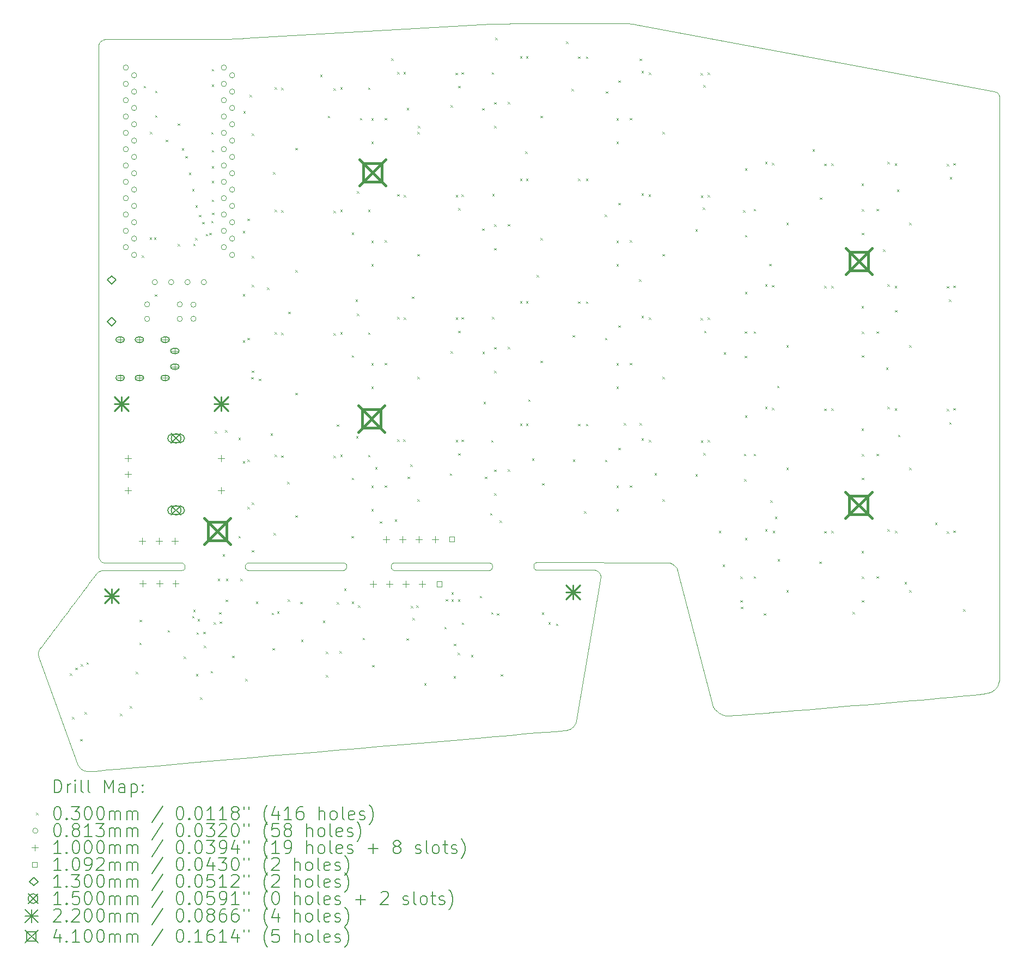
<source format=gbr>
%FSLAX45Y45*%
G04 Gerber Fmt 4.5, Leading zero omitted, Abs format (unit mm)*
G04 Created by KiCad (PCBNEW (6.0.0)) date 2023-02-15 17:26:18*
%MOMM*%
%LPD*%
G01*
G04 APERTURE LIST*
%ADD10C,0.090000*%
%ADD11C,0.200000*%
%ADD12C,0.030000*%
%ADD13C,0.081280*%
%ADD14C,0.100000*%
%ADD15C,0.109220*%
%ADD16C,0.130000*%
%ADD17C,0.150000*%
%ADD18C,0.220000*%
%ADD19C,0.410000*%
G04 APERTURE END LIST*
D10*
X16221835Y-14280678D02*
X16601778Y-12049359D01*
X14787795Y-11942224D02*
X13468405Y-11942224D01*
X17139058Y-3452870D02*
X17112246Y-3447931D01*
X7863472Y-13287610D02*
X8477306Y-14973887D01*
X17112246Y-3447931D02*
X17078028Y-3441581D01*
X10134655Y-11883553D02*
X10134004Y-11895853D01*
X10132092Y-11906387D01*
X10128981Y-11915287D01*
X10122203Y-11925870D01*
X10113075Y-11933534D01*
X10101809Y-11938734D01*
X10088612Y-11941922D01*
X10078845Y-11943153D01*
X10068376Y-11943827D01*
X10057265Y-11944077D01*
X10045576Y-11944037D01*
X10033370Y-11943842D01*
X10020710Y-11943627D01*
X10007656Y-11943525D01*
X8678388Y-15069138D02*
X8726590Y-15064874D01*
X8811885Y-15057416D01*
X8931741Y-15046981D01*
X9083625Y-15033788D01*
X9265004Y-15018056D01*
X9473344Y-15000002D01*
X9706114Y-14979846D01*
X9960779Y-14957805D01*
X10234808Y-14934098D01*
X10525667Y-14908943D01*
X10830823Y-14882559D01*
X11147743Y-14855165D01*
X11473894Y-14826977D01*
X11806745Y-14798216D01*
X12143760Y-14769099D01*
X12482408Y-14739845D01*
X12820156Y-14710671D01*
X13154471Y-14681797D01*
X13482819Y-14653441D01*
X13802668Y-14625821D01*
X14111486Y-14599156D01*
X14406738Y-14573664D01*
X14685892Y-14549563D01*
X14946416Y-14527071D01*
X15185775Y-14506408D01*
X15401438Y-14487792D01*
X15590872Y-14471440D01*
X15751543Y-14457572D01*
X15880918Y-14446405D01*
X15976465Y-14438159D01*
X16035651Y-14433051D01*
X16055942Y-14431299D01*
X17078028Y-3441581D02*
X17064314Y-3440339D01*
X17039551Y-3439256D01*
X17004491Y-3438322D01*
X16959888Y-3437530D01*
X16906495Y-3436872D01*
X16845065Y-3436341D01*
X16776351Y-3435929D01*
X16701106Y-3435628D01*
X16620084Y-3435431D01*
X16534038Y-3435329D01*
X16443721Y-3435314D01*
X16349885Y-3435380D01*
X16253286Y-3435519D01*
X16154674Y-3435721D01*
X16054804Y-3435981D01*
X15954430Y-3436290D01*
X15854303Y-3436640D01*
X15755177Y-3437023D01*
X15657806Y-3437433D01*
X15562943Y-3437861D01*
X15471340Y-3438298D01*
X15383751Y-3438739D01*
X15300930Y-3439174D01*
X15223628Y-3439597D01*
X15152601Y-3439998D01*
X15088600Y-3440372D01*
X15032378Y-3440709D01*
X14984690Y-3441002D01*
X14946288Y-3441244D01*
X14917926Y-3441426D01*
X14900356Y-3441541D01*
X14894332Y-3441581D01*
X22613110Y-13853422D02*
X22630203Y-13848676D01*
X22646200Y-13843253D01*
X22661139Y-13837204D01*
X22675054Y-13830586D01*
X22687983Y-13823452D01*
X22699961Y-13815857D01*
X22711025Y-13807856D01*
X22721211Y-13799502D01*
X22730556Y-13790849D01*
X22739095Y-13781954D01*
X22746864Y-13772869D01*
X22753901Y-13763649D01*
X22760241Y-13754349D01*
X22765921Y-13745023D01*
X22770976Y-13735725D01*
X22775444Y-13726509D01*
X22779360Y-13717431D01*
X22782761Y-13708545D01*
X22785682Y-13699904D01*
X22790232Y-13683578D01*
X22793301Y-13668888D01*
X22795179Y-13656270D01*
X22796155Y-13646158D01*
X22796563Y-13636641D01*
X22796555Y-13634699D01*
X11200749Y-11942224D02*
X11187695Y-11942325D01*
X11175035Y-11942541D01*
X11162829Y-11942735D01*
X11151139Y-11942775D01*
X11140029Y-11942525D01*
X11129559Y-11941851D01*
X11119793Y-11940620D01*
X11110791Y-11938696D01*
X11098857Y-11934217D01*
X11088994Y-11927425D01*
X11081409Y-11917865D01*
X11076313Y-11905085D01*
X11074401Y-11894552D01*
X11073750Y-11882251D01*
X12520138Y-11942224D02*
X11200749Y-11942224D01*
X22796555Y-4581053D02*
X22795643Y-4567854D01*
X22793068Y-4555993D01*
X22789067Y-4545404D01*
X22783877Y-4536019D01*
X22777736Y-4527770D01*
X22770882Y-4520592D01*
X22763552Y-4514416D01*
X22755985Y-4509175D01*
X22744709Y-4502920D01*
X22734235Y-4498392D01*
X22725365Y-4495364D01*
X22716327Y-4493035D01*
X22715416Y-4492858D01*
X10007656Y-11943525D02*
X8858306Y-11943525D01*
X22796555Y-13634699D02*
X22796555Y-13608937D01*
X22796555Y-13533836D01*
X22796555Y-13412670D01*
X22796555Y-13248714D01*
X22796555Y-13045242D01*
X22796555Y-12805530D01*
X22796555Y-12532853D01*
X22796555Y-12230485D01*
X22796555Y-11901701D01*
X22796555Y-11549776D01*
X22796555Y-11177985D01*
X22796555Y-10789603D01*
X22796555Y-10387904D01*
X22796555Y-9976164D01*
X22796555Y-9557657D01*
X22796555Y-9135658D01*
X22796555Y-8713442D01*
X22796555Y-8294283D01*
X22796555Y-7881458D01*
X22796555Y-7478240D01*
X22796555Y-7087904D01*
X22796555Y-6713725D01*
X22796555Y-6358979D01*
X22796555Y-6026939D01*
X22796555Y-5720882D01*
X22796555Y-5444080D01*
X22796555Y-5199811D01*
X22796555Y-4991347D01*
X22796555Y-4821965D01*
X22796555Y-4694938D01*
X22796555Y-4613543D01*
X22796555Y-4581053D01*
X16601778Y-12049359D02*
X16601207Y-12037626D01*
X16599531Y-12026277D01*
X16596801Y-12015361D01*
X16593068Y-12004931D01*
X16588385Y-11995038D01*
X16582802Y-11985735D01*
X16576371Y-11977072D01*
X16569145Y-11969102D01*
X16561175Y-11961876D01*
X16552512Y-11955445D01*
X16543209Y-11949862D01*
X16533316Y-11945179D01*
X16522886Y-11941446D01*
X16511970Y-11938716D01*
X16500621Y-11937040D01*
X16488888Y-11936469D01*
X16220778Y-14285971D02*
X16221835Y-14280678D01*
X14787795Y-11825807D02*
X14800848Y-11825666D01*
X14813509Y-11825339D01*
X14825715Y-11824970D01*
X14837404Y-11824705D01*
X14848515Y-11824688D01*
X14858984Y-11825063D01*
X14868751Y-11825976D01*
X14877753Y-11827571D01*
X14889686Y-11831559D01*
X14899550Y-11837896D01*
X14907134Y-11847069D01*
X14912231Y-11859568D01*
X14914143Y-11869990D01*
X14914794Y-11882251D01*
X8477306Y-14973887D02*
X8482166Y-14984042D01*
X8488814Y-14994968D01*
X8495069Y-15003618D01*
X8502913Y-15012955D01*
X8512460Y-15022628D01*
X8523824Y-15032290D01*
X8537117Y-15041590D01*
X8552454Y-15050180D01*
X8560924Y-15054100D01*
X8569947Y-15057711D01*
X8579537Y-15060971D01*
X8589709Y-15063834D01*
X8600477Y-15066259D01*
X8611855Y-15068200D01*
X8623856Y-15069615D01*
X8636496Y-15070460D01*
X8649789Y-15070691D01*
X8663748Y-15070265D01*
X8678388Y-15069138D01*
X18344519Y-14062443D02*
X18353691Y-14076266D01*
X18363063Y-14089181D01*
X18372602Y-14101220D01*
X18382276Y-14112412D01*
X18392053Y-14122789D01*
X18401900Y-14132382D01*
X18411786Y-14141220D01*
X18421679Y-14149335D01*
X18431545Y-14156758D01*
X18441354Y-14163519D01*
X18451072Y-14169649D01*
X18460668Y-14175179D01*
X18470109Y-14180139D01*
X18479364Y-14184561D01*
X18488400Y-14188474D01*
X18497185Y-14191911D01*
X18505686Y-14194901D01*
X18521711Y-14199664D01*
X18536217Y-14203011D01*
X18548948Y-14205186D01*
X18559644Y-14206437D01*
X18571313Y-14207116D01*
X18577353Y-14207081D01*
X22715416Y-4492858D02*
X17139058Y-3452870D01*
X8752472Y-12007025D02*
X8742725Y-12019981D01*
X8731017Y-12035544D01*
X8715176Y-12056600D01*
X8695518Y-12082728D01*
X8672361Y-12113507D01*
X8646022Y-12148514D01*
X8616818Y-12187328D01*
X8585066Y-12229526D01*
X8551085Y-12274687D01*
X8515189Y-12322390D01*
X8477698Y-12372212D01*
X8438928Y-12423732D01*
X8399195Y-12476527D01*
X8358818Y-12530176D01*
X8318114Y-12584258D01*
X8277399Y-12638350D01*
X8236991Y-12692030D01*
X8197207Y-12744877D01*
X8158365Y-12796469D01*
X8120780Y-12846384D01*
X8084771Y-12894201D01*
X8050655Y-12939497D01*
X8018749Y-12981850D01*
X7989369Y-13020839D01*
X7962834Y-13056043D01*
X7939460Y-13087039D01*
X7919564Y-13113405D01*
X7903465Y-13134720D01*
X7891478Y-13150561D01*
X7883920Y-13160508D01*
X7881111Y-13164138D01*
X14894332Y-3441581D02*
X11206664Y-3655364D01*
X17628360Y-11823582D02*
X17638758Y-11823855D01*
X17648786Y-11824652D01*
X17658448Y-11825937D01*
X17667745Y-11827675D01*
X17676680Y-11829832D01*
X17693476Y-11835262D01*
X17708856Y-11841947D01*
X17722840Y-11849609D01*
X17735450Y-11857969D01*
X17746706Y-11866747D01*
X17756629Y-11875665D01*
X17765240Y-11884444D01*
X17772558Y-11892803D01*
X17778605Y-11900466D01*
X17785337Y-11910040D01*
X17790057Y-11917761D01*
X17790639Y-11918831D01*
X18577353Y-14207081D02*
X18588388Y-14206201D01*
X18620579Y-14203630D01*
X18672551Y-14199473D01*
X18742931Y-14193831D01*
X18830348Y-14186809D01*
X18933428Y-14178511D01*
X19050797Y-14169039D01*
X19181083Y-14158497D01*
X19322913Y-14146988D01*
X19474914Y-14134616D01*
X19635712Y-14121485D01*
X19803935Y-14107697D01*
X19978210Y-14093356D01*
X20157163Y-14078567D01*
X20339422Y-14063431D01*
X20523613Y-14048052D01*
X20708364Y-14032535D01*
X20892301Y-14016982D01*
X21074052Y-14001496D01*
X21252243Y-13986182D01*
X21425502Y-13971143D01*
X21592455Y-13956482D01*
X21751729Y-13942302D01*
X21901952Y-13928707D01*
X22041750Y-13915801D01*
X22169750Y-13903686D01*
X22284580Y-13892467D01*
X22384865Y-13882247D01*
X22469234Y-13873129D01*
X22536313Y-13865216D01*
X22584729Y-13858613D01*
X22613110Y-13853422D01*
X10840498Y-3677048D02*
X8917859Y-3684103D01*
X16488888Y-11936469D02*
X15683143Y-11936469D01*
X8791277Y-9280406D02*
X8791277Y-11714220D01*
X11206664Y-3655364D02*
X11195070Y-3656333D01*
X11181522Y-3657442D01*
X11163645Y-3658878D01*
X11153280Y-3659698D01*
X11142068Y-3660574D01*
X11130089Y-3661498D01*
X11117421Y-3662461D01*
X11104143Y-3663456D01*
X11090333Y-3664473D01*
X11076070Y-3665504D01*
X11061432Y-3666542D01*
X11046499Y-3667576D01*
X11031349Y-3668600D01*
X11016060Y-3669604D01*
X11000712Y-3670580D01*
X10985383Y-3671520D01*
X10970151Y-3672415D01*
X10955095Y-3673257D01*
X10940294Y-3674037D01*
X10925826Y-3674748D01*
X10911771Y-3675379D01*
X10898206Y-3675924D01*
X10885211Y-3676373D01*
X10872864Y-3676719D01*
X10861244Y-3676952D01*
X10850429Y-3677065D01*
X10840498Y-3677048D01*
X11073750Y-11882251D02*
X11074401Y-11869990D01*
X11076313Y-11859568D01*
X11079423Y-11850842D01*
X11086202Y-11840614D01*
X11095329Y-11833386D01*
X11106596Y-11828669D01*
X11119793Y-11825976D01*
X11129559Y-11825063D01*
X11140029Y-11824688D01*
X11151139Y-11824705D01*
X11162829Y-11824970D01*
X11175035Y-11825339D01*
X11187695Y-11825666D01*
X11200749Y-11825807D01*
X12647138Y-11882251D02*
X12646486Y-11894552D01*
X12644574Y-11905085D01*
X12641464Y-11913985D01*
X12634685Y-11924568D01*
X12625558Y-11932233D01*
X12614291Y-11937432D01*
X12601094Y-11940620D01*
X12591328Y-11941851D01*
X12580858Y-11942525D01*
X12569748Y-11942775D01*
X12558058Y-11942735D01*
X12545852Y-11942541D01*
X12533192Y-11942325D01*
X12520138Y-11942224D01*
X15683143Y-11820053D02*
X17628360Y-11823582D01*
X10007656Y-11827109D02*
X10020710Y-11826968D01*
X10033370Y-11826641D01*
X10045576Y-11826272D01*
X10057265Y-11826007D01*
X10068376Y-11825989D01*
X10078845Y-11826365D01*
X10088612Y-11827278D01*
X10097614Y-11828873D01*
X10109547Y-11832861D01*
X10119411Y-11839197D01*
X10126996Y-11848371D01*
X10132092Y-11860870D01*
X10134004Y-11871292D01*
X10134655Y-11883553D01*
X7856416Y-13245276D02*
X7856885Y-13254536D01*
X7858146Y-13263796D01*
X7859977Y-13273057D01*
X7862156Y-13282318D01*
X7863472Y-13287610D01*
X13468405Y-11942224D02*
X13455352Y-11942325D01*
X13442691Y-11942541D01*
X13430485Y-11942735D01*
X13418796Y-11942775D01*
X13407686Y-11942525D01*
X13397216Y-11941851D01*
X13387449Y-11940620D01*
X13378447Y-11938696D01*
X13366514Y-11934217D01*
X13356650Y-11927425D01*
X13349066Y-11917865D01*
X13343969Y-11905085D01*
X13342057Y-11894552D01*
X13341406Y-11882251D01*
X8759528Y-11996442D02*
X8753579Y-12003388D01*
X8752472Y-12007025D01*
X8905653Y-3684192D02*
X8893921Y-3684762D01*
X8882571Y-3686438D01*
X8871656Y-3689169D01*
X8861225Y-3692901D01*
X8851333Y-3697585D01*
X8842029Y-3703168D01*
X8833367Y-3709598D01*
X8825396Y-3716824D01*
X8818170Y-3724795D01*
X8811740Y-3733457D01*
X8806157Y-3742761D01*
X8801473Y-3752654D01*
X8797741Y-3763084D01*
X8795010Y-3773999D01*
X8793334Y-3785349D01*
X8792764Y-3797081D01*
X8917859Y-3684103D02*
X8905653Y-3684192D01*
X17790639Y-11918831D02*
X18344519Y-14062443D01*
X14914794Y-11882251D02*
X14914143Y-11894552D01*
X14912231Y-11905085D01*
X14909120Y-11913985D01*
X14902341Y-11924568D01*
X14893214Y-11932233D01*
X14881948Y-11937432D01*
X14868751Y-11940620D01*
X14858984Y-11941851D01*
X14848515Y-11942525D01*
X14837404Y-11942775D01*
X14825715Y-11942735D01*
X14813509Y-11942541D01*
X14800848Y-11942325D01*
X14787795Y-11942224D01*
X8858306Y-11943525D02*
X8847490Y-11944974D01*
X8836895Y-11947301D01*
X8826557Y-11950453D01*
X8816509Y-11954378D01*
X8806786Y-11959024D01*
X8797425Y-11964339D01*
X8788458Y-11970269D01*
X8779922Y-11976764D01*
X8771851Y-11983770D01*
X8764280Y-11991236D01*
X8759528Y-11996442D01*
X13341406Y-11882251D02*
X13342057Y-11869990D01*
X13343969Y-11859568D01*
X13347080Y-11850842D01*
X13353859Y-11840614D01*
X13362986Y-11833386D01*
X13374252Y-11828669D01*
X13387449Y-11825976D01*
X13397216Y-11825063D01*
X13407686Y-11824688D01*
X13418796Y-11824705D01*
X13430485Y-11824970D01*
X13442691Y-11825339D01*
X13455352Y-11825666D01*
X13468405Y-11825807D01*
X15683143Y-11936469D02*
X15670089Y-11936571D01*
X15657429Y-11936786D01*
X15645223Y-11936981D01*
X15633534Y-11937021D01*
X15622423Y-11936771D01*
X15611954Y-11936098D01*
X15602187Y-11934866D01*
X15593185Y-11932942D01*
X15581252Y-11928464D01*
X15571388Y-11921672D01*
X15563803Y-11912113D01*
X15558707Y-11899333D01*
X15556795Y-11888800D01*
X15556144Y-11876499D01*
X8792764Y-3797081D02*
X8791277Y-9280406D01*
X12520138Y-11825807D02*
X12533192Y-11825666D01*
X12545852Y-11825339D01*
X12558058Y-11824970D01*
X12569748Y-11824705D01*
X12580858Y-11824688D01*
X12591328Y-11825063D01*
X12601094Y-11825976D01*
X12610096Y-11827571D01*
X12622030Y-11831559D01*
X12631893Y-11837896D01*
X12639478Y-11847069D01*
X12644574Y-11859568D01*
X12646486Y-11869990D01*
X12647138Y-11882251D01*
X8904166Y-11827109D02*
X10007656Y-11827109D01*
X8791277Y-11714220D02*
X8791847Y-11725952D01*
X8793523Y-11737302D01*
X8796253Y-11748218D01*
X8799986Y-11758648D01*
X8804670Y-11768540D01*
X8810253Y-11777844D01*
X8816683Y-11786507D01*
X8823909Y-11794477D01*
X8831879Y-11801703D01*
X8840542Y-11808133D01*
X8849846Y-11813716D01*
X8859738Y-11818400D01*
X8870168Y-11822133D01*
X8881084Y-11824863D01*
X8892434Y-11826539D01*
X8904166Y-11827109D01*
X13468405Y-11825807D02*
X14787795Y-11825807D01*
X15556144Y-11876499D02*
X15556795Y-11864238D01*
X15558707Y-11853816D01*
X15561818Y-11845090D01*
X15568596Y-11834862D01*
X15577724Y-11827633D01*
X15588990Y-11822916D01*
X15602187Y-11820222D01*
X15611954Y-11819309D01*
X15622423Y-11818934D01*
X15633534Y-11818951D01*
X15645223Y-11819216D01*
X15657429Y-11819585D01*
X15670089Y-11819912D01*
X15683143Y-11820053D01*
X7881111Y-13164138D02*
X7874985Y-13173556D01*
X7869811Y-13183264D01*
X7865545Y-13193220D01*
X7862149Y-13203384D01*
X7859578Y-13213712D01*
X7857794Y-13224165D01*
X7856753Y-13234700D01*
X7856416Y-13245276D01*
X11200749Y-11825807D02*
X12520138Y-11825807D01*
X16055942Y-14431299D02*
X16068433Y-14429677D01*
X16082309Y-14426745D01*
X16093598Y-14423594D01*
X16106118Y-14419278D01*
X16119525Y-14413618D01*
X16133475Y-14406435D01*
X16147627Y-14397551D01*
X16161635Y-14386786D01*
X16168478Y-14380642D01*
X16175156Y-14373961D01*
X16181628Y-14366721D01*
X16187848Y-14358898D01*
X16193776Y-14350472D01*
X16199367Y-14341419D01*
X16204579Y-14331716D01*
X16209369Y-14321343D01*
X16213695Y-14310276D01*
X16217512Y-14298492D01*
X16220778Y-14285971D01*
D11*
D12*
X8348912Y-13545264D02*
X8378912Y-13575264D01*
X8378912Y-13545264D02*
X8348912Y-13575264D01*
X8382589Y-14222021D02*
X8412589Y-14252021D01*
X8412589Y-14222021D02*
X8382589Y-14252021D01*
X8430912Y-13458264D02*
X8460912Y-13488264D01*
X8460912Y-13458264D02*
X8430912Y-13488264D01*
X8508008Y-14566606D02*
X8538008Y-14596606D01*
X8538008Y-14566606D02*
X8508008Y-14596606D01*
X8516997Y-13400703D02*
X8546997Y-13430703D01*
X8546997Y-13400703D02*
X8516997Y-13430703D01*
X8576967Y-14146165D02*
X8606967Y-14176165D01*
X8606967Y-14146165D02*
X8576967Y-14176165D01*
X8607720Y-13371287D02*
X8637720Y-13401287D01*
X8637720Y-13371287D02*
X8607720Y-13401287D01*
X9128293Y-14175042D02*
X9158293Y-14205042D01*
X9158293Y-14175042D02*
X9128293Y-14205042D01*
X9278912Y-14053264D02*
X9308912Y-14083264D01*
X9308912Y-14053264D02*
X9278912Y-14083264D01*
X9373314Y-13523298D02*
X9403314Y-13553298D01*
X9403314Y-13523298D02*
X9373314Y-13553298D01*
X9429912Y-13067264D02*
X9459912Y-13097264D01*
X9459912Y-13067264D02*
X9429912Y-13097264D01*
X9432912Y-12712264D02*
X9462912Y-12742264D01*
X9462912Y-12712264D02*
X9432912Y-12742264D01*
X9465000Y-7045000D02*
X9495000Y-7075000D01*
X9495000Y-7045000D02*
X9465000Y-7075000D01*
X9495000Y-4405000D02*
X9525000Y-4435000D01*
X9525000Y-4405000D02*
X9495000Y-4435000D01*
X9590000Y-6765585D02*
X9620000Y-6795585D01*
X9620000Y-6765585D02*
X9590000Y-6795585D01*
X9595000Y-5124000D02*
X9625000Y-5154000D01*
X9625000Y-5124000D02*
X9595000Y-5154000D01*
X9655000Y-6765000D02*
X9685000Y-6795000D01*
X9685000Y-6765000D02*
X9655000Y-6795000D01*
X9668912Y-7648264D02*
X9698912Y-7678264D01*
X9698912Y-7648264D02*
X9668912Y-7678264D01*
X9675000Y-4481575D02*
X9705000Y-4511575D01*
X9705000Y-4481575D02*
X9675000Y-4511575D01*
X9675000Y-4865000D02*
X9705000Y-4895000D01*
X9705000Y-4865000D02*
X9675000Y-4895000D01*
X9836426Y-5243575D02*
X9866426Y-5273575D01*
X9866426Y-5243575D02*
X9836426Y-5273575D01*
X9866912Y-12873264D02*
X9896912Y-12903264D01*
X9896912Y-12873264D02*
X9866912Y-12903264D01*
X10025000Y-4989575D02*
X10055000Y-5019575D01*
X10055000Y-4989575D02*
X10025000Y-5019575D01*
X10025001Y-6865000D02*
X10055001Y-6895000D01*
X10055001Y-6865000D02*
X10025001Y-6895000D01*
X10090001Y-5378000D02*
X10120001Y-5408000D01*
X10120001Y-5378000D02*
X10090001Y-5408000D01*
X10119912Y-13284264D02*
X10149912Y-13314264D01*
X10149912Y-13284264D02*
X10119912Y-13314264D01*
X10143812Y-5497575D02*
X10173812Y-5527575D01*
X10173812Y-5497575D02*
X10143812Y-5527575D01*
X10196735Y-5755064D02*
X10226735Y-5785064D01*
X10226735Y-5755064D02*
X10196735Y-5785064D01*
X10249235Y-6009064D02*
X10279235Y-6039064D01*
X10279235Y-6009064D02*
X10249235Y-6039064D01*
X10249912Y-12653264D02*
X10279912Y-12683264D01*
X10279912Y-12653264D02*
X10249912Y-12683264D01*
X10267602Y-6862050D02*
X10297602Y-6892050D01*
X10297602Y-6862050D02*
X10267602Y-6892050D01*
X10267912Y-12556264D02*
X10297912Y-12586264D01*
X10297912Y-12556264D02*
X10267912Y-12586264D01*
X10295000Y-6775000D02*
X10325000Y-6805000D01*
X10325000Y-6775000D02*
X10295000Y-6805000D01*
X10301735Y-6263064D02*
X10331735Y-6293064D01*
X10331735Y-6263064D02*
X10301735Y-6293064D01*
X10307336Y-13556418D02*
X10337336Y-13586418D01*
X10337336Y-13556418D02*
X10307336Y-13586418D01*
X10315912Y-12907264D02*
X10345912Y-12937264D01*
X10345912Y-12907264D02*
X10315912Y-12937264D01*
X10332912Y-12699264D02*
X10362912Y-12729264D01*
X10362912Y-12699264D02*
X10332912Y-12729264D01*
X10354235Y-6413764D02*
X10384235Y-6443764D01*
X10384235Y-6413764D02*
X10354235Y-6443764D01*
X10371230Y-13918966D02*
X10401230Y-13948966D01*
X10401230Y-13918966D02*
X10371230Y-13948966D01*
X10406735Y-6522367D02*
X10436735Y-6552367D01*
X10436735Y-6522367D02*
X10406735Y-6552367D01*
X10421421Y-12899397D02*
X10451421Y-12929397D01*
X10451421Y-12899397D02*
X10421421Y-12929397D01*
X10430656Y-13114382D02*
X10460656Y-13144382D01*
X10460656Y-13114382D02*
X10430656Y-13144382D01*
X10459235Y-6707915D02*
X10489235Y-6737915D01*
X10489235Y-6707915D02*
X10459235Y-6737915D01*
X10517783Y-6692217D02*
X10547783Y-6722217D01*
X10547783Y-6692217D02*
X10517783Y-6722217D01*
X10537771Y-13506910D02*
X10567771Y-13536910D01*
X10567771Y-13506910D02*
X10537771Y-13536910D01*
X10545000Y-5125000D02*
X10575000Y-5155000D01*
X10575000Y-5125000D02*
X10545000Y-5155000D01*
X10545000Y-6505000D02*
X10575000Y-6535000D01*
X10575000Y-6505000D02*
X10545000Y-6535000D01*
X10554999Y-5655000D02*
X10584999Y-5685000D01*
X10584999Y-5655000D02*
X10554999Y-5685000D01*
X10555000Y-4385000D02*
X10585000Y-4415000D01*
X10585000Y-4385000D02*
X10555000Y-4415000D01*
X10555000Y-5885000D02*
X10585000Y-5915000D01*
X10585000Y-5885000D02*
X10555000Y-5915000D01*
X10555000Y-6175000D02*
X10585000Y-6205000D01*
X10585000Y-6175000D02*
X10555000Y-6205000D01*
X10555001Y-4145000D02*
X10585001Y-4175000D01*
X10585001Y-4145000D02*
X10555001Y-4175000D01*
X10555002Y-5405000D02*
X10585002Y-5435000D01*
X10585002Y-5405000D02*
X10555002Y-5435000D01*
X10558276Y-6380733D02*
X10588276Y-6410733D01*
X10588276Y-6380733D02*
X10558276Y-6410733D01*
X10584686Y-12750988D02*
X10614686Y-12780988D01*
X10614686Y-12750988D02*
X10584686Y-12780988D01*
X10599312Y-9780964D02*
X10629312Y-9810964D01*
X10629312Y-9780964D02*
X10599312Y-9810964D01*
X10648912Y-12074264D02*
X10678912Y-12104264D01*
X10678912Y-12074264D02*
X10648912Y-12104264D01*
X10669409Y-12594193D02*
X10699409Y-12624193D01*
X10699409Y-12594193D02*
X10669409Y-12624193D01*
X10679139Y-12737773D02*
X10709139Y-12767773D01*
X10709139Y-12737773D02*
X10679139Y-12767773D01*
X10723912Y-11693714D02*
X10753912Y-11723714D01*
X10753912Y-11693714D02*
X10723912Y-11723714D01*
X10762500Y-9762500D02*
X10792500Y-9792500D01*
X10792500Y-9762500D02*
X10762500Y-9792500D01*
X10770912Y-12400264D02*
X10800912Y-12430264D01*
X10800912Y-12400264D02*
X10770912Y-12430264D01*
X10772912Y-12074264D02*
X10802912Y-12104264D01*
X10802912Y-12074264D02*
X10772912Y-12104264D01*
X10872912Y-13272264D02*
X10902912Y-13302264D01*
X10902912Y-13272264D02*
X10872912Y-13302264D01*
X10967612Y-9882564D02*
X10997612Y-9912564D01*
X10997612Y-9882564D02*
X10967612Y-9912564D01*
X10967612Y-11410564D02*
X10997612Y-11440564D01*
X10997612Y-11410564D02*
X10967612Y-11440564D01*
X10997912Y-12074264D02*
X11027912Y-12104264D01*
X11027912Y-12074264D02*
X10997912Y-12104264D01*
X11034775Y-6664425D02*
X11064775Y-6694425D01*
X11064775Y-6664425D02*
X11034775Y-6694425D01*
X11034775Y-7645574D02*
X11064775Y-7675574D01*
X11064775Y-7645574D02*
X11034775Y-7675574D01*
X11034775Y-8364574D02*
X11064775Y-8394575D01*
X11064775Y-8364574D02*
X11034775Y-8394575D01*
X11034775Y-10244175D02*
X11064775Y-10274175D01*
X11064775Y-10244175D02*
X11034775Y-10274175D01*
X11045200Y-4800024D02*
X11075200Y-4830024D01*
X11075200Y-4800024D02*
X11045200Y-4830024D01*
X11075707Y-13631085D02*
X11105707Y-13661085D01*
X11105707Y-13631085D02*
X11075707Y-13661085D01*
X11110200Y-6472300D02*
X11140200Y-6502300D01*
X11140200Y-6472300D02*
X11110200Y-6502300D01*
X11110200Y-8325700D02*
X11140200Y-8355700D01*
X11140200Y-8325700D02*
X11110200Y-8355700D01*
X11110200Y-10218000D02*
X11140200Y-10248000D01*
X11140200Y-10218000D02*
X11110200Y-10248000D01*
X11110200Y-10957976D02*
X11140200Y-10987976D01*
X11140200Y-10957976D02*
X11110200Y-10987976D01*
X11141000Y-4544500D02*
X11171000Y-4574500D01*
X11171000Y-4544500D02*
X11141000Y-4574500D01*
X11167764Y-8935144D02*
X11197764Y-8965144D01*
X11197764Y-8935144D02*
X11167764Y-8965144D01*
X11175200Y-7502584D02*
X11205200Y-7532584D01*
X11205200Y-7502584D02*
X11175200Y-7532584D01*
X11175200Y-8834814D02*
X11205200Y-8864814D01*
X11205200Y-8834814D02*
X11175200Y-8864814D01*
X11175912Y-11628714D02*
X11205912Y-11658714D01*
X11205912Y-11628714D02*
X11175912Y-11658714D01*
X11177162Y-5145464D02*
X11207162Y-5175464D01*
X11207162Y-5145464D02*
X11177162Y-5175464D01*
X11177162Y-7050464D02*
X11207162Y-7080464D01*
X11207162Y-7050464D02*
X11177162Y-7080464D01*
X11177162Y-10885864D02*
X11207162Y-10915864D01*
X11207162Y-10885864D02*
X11177162Y-10915864D01*
X11240434Y-12427554D02*
X11270434Y-12457554D01*
X11270434Y-12427554D02*
X11240434Y-12457554D01*
X11285112Y-8961814D02*
X11315112Y-8991814D01*
X11315112Y-8961814D02*
X11285112Y-8991814D01*
X11412112Y-7545764D02*
X11442112Y-7575764D01*
X11442112Y-7545764D02*
X11412112Y-7575764D01*
X11466912Y-9813264D02*
X11496912Y-9843264D01*
X11496912Y-9813264D02*
X11466912Y-9843264D01*
X11485435Y-12603163D02*
X11515435Y-12633163D01*
X11515435Y-12603163D02*
X11485435Y-12633163D01*
X11498912Y-13154264D02*
X11528912Y-13184264D01*
X11528912Y-13154264D02*
X11498912Y-13184264D01*
X11507362Y-5748714D02*
X11537362Y-5778714D01*
X11537362Y-5748714D02*
X11507362Y-5778714D01*
X11513712Y-11362114D02*
X11543712Y-11392114D01*
X11543712Y-11362114D02*
X11513712Y-11392114D01*
X11532000Y-4430200D02*
X11562000Y-4460200D01*
X11562000Y-4430200D02*
X11532000Y-4460200D01*
X11532000Y-6333850D02*
X11562000Y-6363850D01*
X11562000Y-6333850D02*
X11532000Y-6363850D01*
X11532000Y-8240200D02*
X11562000Y-8270200D01*
X11562000Y-8240200D02*
X11532000Y-8270200D01*
X11532000Y-10145200D02*
X11562000Y-10175200D01*
X11562000Y-10145200D02*
X11532000Y-10175200D01*
X11570935Y-12582061D02*
X11600935Y-12612061D01*
X11600935Y-12582061D02*
X11570935Y-12612061D01*
X11632115Y-4436292D02*
X11662115Y-4466292D01*
X11662115Y-4436292D02*
X11632115Y-4466292D01*
X11632115Y-6339942D02*
X11662115Y-6369942D01*
X11662115Y-6339942D02*
X11632115Y-6369942D01*
X11632115Y-8246292D02*
X11662115Y-8276292D01*
X11662115Y-8246292D02*
X11632115Y-8276292D01*
X11634350Y-10155626D02*
X11664350Y-10185626D01*
X11664350Y-10155626D02*
X11634350Y-10185626D01*
X11725912Y-10565264D02*
X11755912Y-10595264D01*
X11755912Y-10565264D02*
X11725912Y-10595264D01*
X11732912Y-12393264D02*
X11762912Y-12423264D01*
X11762912Y-12393264D02*
X11732912Y-12423264D01*
X11745912Y-7919264D02*
X11775912Y-7949264D01*
X11775912Y-7919264D02*
X11745912Y-7949264D01*
X11852400Y-5371100D02*
X11882400Y-5401100D01*
X11882400Y-5371100D02*
X11852400Y-5401100D01*
X11852400Y-7274750D02*
X11882400Y-7304750D01*
X11882400Y-7274750D02*
X11852400Y-7304750D01*
X11852400Y-9181100D02*
X11882400Y-9211100D01*
X11882400Y-9181100D02*
X11852400Y-9211100D01*
X11852400Y-11086100D02*
X11882400Y-11116100D01*
X11882400Y-11086100D02*
X11852400Y-11116100D01*
X11928686Y-12434418D02*
X11958686Y-12464418D01*
X11958686Y-12434418D02*
X11928686Y-12464418D01*
X11940912Y-13023264D02*
X11970912Y-13053264D01*
X11970912Y-13023264D02*
X11940912Y-13053264D01*
X12237612Y-4231064D02*
X12267612Y-4261064D01*
X12267612Y-4231064D02*
X12237612Y-4261064D01*
X12279806Y-12725972D02*
X12309806Y-12755972D01*
X12309806Y-12725972D02*
X12279806Y-12755972D01*
X12330112Y-13205764D02*
X12360112Y-13235764D01*
X12360112Y-13205764D02*
X12330112Y-13235764D01*
X12330112Y-13572464D02*
X12360112Y-13602464D01*
X12360112Y-13572464D02*
X12330112Y-13602464D01*
X12358912Y-4872264D02*
X12388912Y-4902264D01*
X12388912Y-4872264D02*
X12358912Y-4902264D01*
X12445238Y-4444238D02*
X12475238Y-4474238D01*
X12475238Y-4444238D02*
X12445238Y-4474238D01*
X12445238Y-6347888D02*
X12475238Y-6377888D01*
X12475238Y-6347888D02*
X12445238Y-6377888D01*
X12445238Y-8254238D02*
X12475238Y-8284238D01*
X12475238Y-8254238D02*
X12445238Y-8284238D01*
X12445238Y-10159238D02*
X12475238Y-10189238D01*
X12475238Y-10159238D02*
X12445238Y-10189238D01*
X12496692Y-9671744D02*
X12526692Y-9701744D01*
X12526692Y-9671744D02*
X12496692Y-9701744D01*
X12497912Y-12439264D02*
X12527912Y-12469264D01*
X12527912Y-12439264D02*
X12497912Y-12469264D01*
X12538712Y-13200964D02*
X12568712Y-13230964D01*
X12568712Y-13200964D02*
X12538712Y-13230964D01*
X12551400Y-4430000D02*
X12581400Y-4460000D01*
X12581400Y-4430000D02*
X12551400Y-4460000D01*
X12551400Y-6333650D02*
X12581400Y-6363650D01*
X12581400Y-6333650D02*
X12551400Y-6363650D01*
X12551400Y-8240000D02*
X12581400Y-8270000D01*
X12581400Y-8240000D02*
X12551400Y-8270000D01*
X12551400Y-10145000D02*
X12581400Y-10175000D01*
X12581400Y-10145000D02*
X12551400Y-10175000D01*
X12610912Y-12224264D02*
X12640912Y-12254264D01*
X12640912Y-12224264D02*
X12610912Y-12254264D01*
X12723912Y-11408264D02*
X12753912Y-11438264D01*
X12753912Y-11408264D02*
X12723912Y-11438264D01*
X12731294Y-6689658D02*
X12761294Y-6719658D01*
X12761294Y-6689658D02*
X12731294Y-6719658D01*
X12731294Y-8596008D02*
X12761294Y-8626008D01*
X12761294Y-8596008D02*
X12731294Y-8626008D01*
X12731294Y-10501008D02*
X12761294Y-10531008D01*
X12761294Y-10501008D02*
X12731294Y-10531008D01*
X12731512Y-12430964D02*
X12761512Y-12460964D01*
X12761512Y-12430964D02*
X12731512Y-12460964D01*
X12787912Y-7729264D02*
X12817912Y-7759264D01*
X12817912Y-7729264D02*
X12787912Y-7759264D01*
X12798952Y-9854999D02*
X12828952Y-9884999D01*
X12828952Y-9854999D02*
X12798952Y-9884999D01*
X12809112Y-6043649D02*
X12839112Y-6073649D01*
X12839112Y-6043649D02*
X12809112Y-6073649D01*
X12809112Y-7949624D02*
X12839112Y-7979624D01*
X12839112Y-7949624D02*
X12809112Y-7979624D01*
X12826825Y-12487851D02*
X12856825Y-12517851D01*
X12856825Y-12487851D02*
X12826825Y-12517851D01*
X12855500Y-4906036D02*
X12885500Y-4936036D01*
X12885500Y-4906036D02*
X12855500Y-4936036D01*
X12898912Y-12993264D02*
X12928912Y-13023264D01*
X12928912Y-12993264D02*
X12898912Y-13023264D01*
X12985294Y-4430408D02*
X13015294Y-4460408D01*
X13015294Y-4430408D02*
X12985294Y-4460408D01*
X12985294Y-6334058D02*
X13015294Y-6364058D01*
X13015294Y-6334058D02*
X12985294Y-6364058D01*
X12985294Y-8240408D02*
X13015294Y-8270408D01*
X13015294Y-8240408D02*
X12985294Y-8270408D01*
X12985294Y-10145408D02*
X13015294Y-10175408D01*
X13015294Y-10145408D02*
X12985294Y-10175408D01*
X13035600Y-4910200D02*
X13065600Y-4940200D01*
X13065600Y-4910200D02*
X13035600Y-4940200D01*
X13035600Y-5276900D02*
X13065600Y-5306900D01*
X13065600Y-5276900D02*
X13035600Y-5306900D01*
X13035600Y-6813850D02*
X13065600Y-6843850D01*
X13065600Y-6813850D02*
X13035600Y-6843850D01*
X13035600Y-7180550D02*
X13065600Y-7210550D01*
X13065600Y-7180550D02*
X13035600Y-7210550D01*
X13035600Y-8720200D02*
X13065600Y-8750200D01*
X13065600Y-8720200D02*
X13035600Y-8750200D01*
X13035600Y-9086900D02*
X13065600Y-9116900D01*
X13065600Y-9086900D02*
X13035600Y-9116900D01*
X13035600Y-10625200D02*
X13065600Y-10655200D01*
X13065600Y-10625200D02*
X13035600Y-10655200D01*
X13035600Y-10991900D02*
X13065600Y-11021900D01*
X13065600Y-10991900D02*
X13035600Y-11021900D01*
X13046912Y-13416664D02*
X13076912Y-13446664D01*
X13076912Y-13416664D02*
X13046912Y-13446664D01*
X13092912Y-10337264D02*
X13122912Y-10367264D01*
X13122912Y-10337264D02*
X13092912Y-10367264D01*
X13165000Y-11181300D02*
X13195000Y-11211300D01*
X13195000Y-11181300D02*
X13165000Y-11211300D01*
X13244200Y-4905400D02*
X13274200Y-4935400D01*
X13274200Y-4905400D02*
X13244200Y-4935400D01*
X13244200Y-6809050D02*
X13274200Y-6839050D01*
X13274200Y-6809050D02*
X13244200Y-6839050D01*
X13244200Y-8715400D02*
X13274200Y-8745400D01*
X13274200Y-8715400D02*
X13244200Y-8745400D01*
X13244200Y-10620400D02*
X13274200Y-10650400D01*
X13274200Y-10620400D02*
X13244200Y-10650400D01*
X13342512Y-3977064D02*
X13372512Y-4007064D01*
X13372512Y-3977064D02*
X13342512Y-4007064D01*
X13399912Y-11150264D02*
X13429912Y-11180264D01*
X13429912Y-11150264D02*
X13399912Y-11180264D01*
X13437000Y-4188900D02*
X13467000Y-4218900D01*
X13467000Y-4188900D02*
X13437000Y-4218900D01*
X13437000Y-6092550D02*
X13467000Y-6122550D01*
X13467000Y-6092550D02*
X13437000Y-6122550D01*
X13437000Y-7998900D02*
X13467000Y-8028900D01*
X13467000Y-7998900D02*
X13437000Y-8028900D01*
X13437000Y-9903900D02*
X13467000Y-9933900D01*
X13467000Y-9903900D02*
X13437000Y-9933900D01*
X13532313Y-9907287D02*
X13562313Y-9937287D01*
X13562313Y-9907287D02*
X13532313Y-9937287D01*
X13533000Y-4192976D02*
X13563000Y-4222976D01*
X13563000Y-4192976D02*
X13533000Y-4222976D01*
X13539350Y-8009326D02*
X13569350Y-8039326D01*
X13569350Y-8009326D02*
X13539350Y-8039326D01*
X13540025Y-6103651D02*
X13570025Y-6133651D01*
X13570025Y-6103651D02*
X13540025Y-6133651D01*
X13579912Y-13001264D02*
X13609912Y-13031264D01*
X13609912Y-13001264D02*
X13579912Y-13031264D01*
X13584912Y-4751264D02*
X13614912Y-4781264D01*
X13614912Y-4751264D02*
X13584912Y-4781264D01*
X13595912Y-10484264D02*
X13625912Y-10514264D01*
X13625912Y-10484264D02*
X13595912Y-10514264D01*
X13639912Y-10296052D02*
X13669912Y-10326052D01*
X13669912Y-10296052D02*
X13639912Y-10326052D01*
X13647323Y-12496498D02*
X13677323Y-12526498D01*
X13677323Y-12496498D02*
X13647323Y-12526498D01*
X13665912Y-7684264D02*
X13695912Y-7714264D01*
X13695912Y-7684264D02*
X13665912Y-7714264D01*
X13671912Y-12685264D02*
X13701912Y-12715264D01*
X13701912Y-12685264D02*
X13671912Y-12715264D01*
X13732112Y-12489364D02*
X13762112Y-12519364D01*
X13762112Y-12489364D02*
X13732112Y-12519364D01*
X13752400Y-5121100D02*
X13782400Y-5151100D01*
X13782400Y-5121100D02*
X13752400Y-5151100D01*
X13752400Y-7024750D02*
X13782400Y-7054750D01*
X13782400Y-7024750D02*
X13752400Y-7054750D01*
X13752400Y-8931100D02*
X13782400Y-8961100D01*
X13782400Y-8931100D02*
X13752400Y-8961100D01*
X13752400Y-10836100D02*
X13782400Y-10866100D01*
X13782400Y-10836100D02*
X13752400Y-10866100D01*
X13759912Y-5028264D02*
X13789912Y-5058264D01*
X13789912Y-5028264D02*
X13759912Y-5058264D01*
X13855912Y-13699264D02*
X13885912Y-13729264D01*
X13885912Y-13699264D02*
X13855912Y-13729264D01*
X14168912Y-12822264D02*
X14198912Y-12852264D01*
X14198912Y-12822264D02*
X14168912Y-12852264D01*
X14191912Y-12392264D02*
X14221912Y-12422264D01*
X14221912Y-12392264D02*
X14191912Y-12422264D01*
X14253912Y-10436264D02*
X14283912Y-10466264D01*
X14283912Y-10436264D02*
X14253912Y-10466264D01*
X14265912Y-8534264D02*
X14295912Y-8564264D01*
X14295912Y-8534264D02*
X14265912Y-8564264D01*
X14266912Y-4709264D02*
X14296912Y-4739264D01*
X14296912Y-4709264D02*
X14266912Y-4739264D01*
X14277912Y-12286814D02*
X14307912Y-12316814D01*
X14307912Y-12286814D02*
X14277912Y-12316814D01*
X14278912Y-12393264D02*
X14308912Y-12423264D01*
X14308912Y-12393264D02*
X14278912Y-12423264D01*
X14313884Y-13587530D02*
X14343884Y-13617530D01*
X14343884Y-13587530D02*
X14313884Y-13617530D01*
X14318912Y-13084264D02*
X14348912Y-13114264D01*
X14348912Y-13084264D02*
X14318912Y-13114264D01*
X14345000Y-4204476D02*
X14375000Y-4234476D01*
X14375000Y-4204476D02*
X14345000Y-4234476D01*
X14345812Y-6103384D02*
X14375812Y-6133384D01*
X14375812Y-6103384D02*
X14345812Y-6133384D01*
X14345812Y-8009734D02*
X14375812Y-8039734D01*
X14375812Y-8009734D02*
X14345812Y-8039734D01*
X14347987Y-9916489D02*
X14377987Y-9946489D01*
X14377987Y-9916489D02*
X14347987Y-9946489D01*
X14377561Y-13226401D02*
X14407561Y-13256401D01*
X14407561Y-13226401D02*
X14377561Y-13256401D01*
X14382912Y-12397264D02*
X14412912Y-12427264D01*
X14412912Y-12397264D02*
X14382912Y-12427264D01*
X14383912Y-4406101D02*
X14413912Y-4436101D01*
X14413912Y-4406101D02*
X14383912Y-4436101D01*
X14383912Y-6309751D02*
X14413912Y-6339751D01*
X14413912Y-6309751D02*
X14383912Y-6339751D01*
X14383912Y-8216101D02*
X14413912Y-8246101D01*
X14413912Y-8216101D02*
X14383912Y-8246101D01*
X14383912Y-10121101D02*
X14413912Y-10151101D01*
X14413912Y-10121101D02*
X14383912Y-10151101D01*
X14437600Y-4193800D02*
X14467600Y-4223800D01*
X14467600Y-4193800D02*
X14437600Y-4223800D01*
X14437600Y-6097450D02*
X14467600Y-6127450D01*
X14467600Y-6097450D02*
X14437600Y-6127450D01*
X14437600Y-8003800D02*
X14467600Y-8033800D01*
X14467600Y-8003800D02*
X14437600Y-8033800D01*
X14437600Y-9908800D02*
X14467600Y-9938800D01*
X14467600Y-9908800D02*
X14437600Y-9938800D01*
X14440668Y-12753508D02*
X14470668Y-12783508D01*
X14470668Y-12753508D02*
X14440668Y-12783508D01*
X14583825Y-13257897D02*
X14613825Y-13287897D01*
X14613825Y-13257897D02*
X14583825Y-13287897D01*
X14718912Y-12339264D02*
X14748912Y-12369264D01*
X14748912Y-12339264D02*
X14718912Y-12369264D01*
X14759912Y-4752264D02*
X14789912Y-4782264D01*
X14789912Y-4752264D02*
X14759912Y-4782264D01*
X14759912Y-6625264D02*
X14789912Y-6655264D01*
X14789912Y-6625264D02*
X14759912Y-6655264D01*
X14762912Y-8544264D02*
X14792912Y-8574264D01*
X14792912Y-8544264D02*
X14762912Y-8574264D01*
X14779912Y-9323264D02*
X14809912Y-9353264D01*
X14809912Y-9323264D02*
X14779912Y-9353264D01*
X14797912Y-10484264D02*
X14827912Y-10514264D01*
X14827912Y-10484264D02*
X14797912Y-10514264D01*
X14879912Y-11052264D02*
X14909912Y-11082264D01*
X14909912Y-11052264D02*
X14879912Y-11082264D01*
X14895654Y-12593959D02*
X14925654Y-12623959D01*
X14925654Y-12593959D02*
X14895654Y-12623959D01*
X14898850Y-9917950D02*
X14928850Y-9947950D01*
X14928850Y-9917950D02*
X14898850Y-9947950D01*
X14906724Y-4195076D02*
X14936724Y-4225076D01*
X14936724Y-4195076D02*
X14906724Y-4225076D01*
X14911632Y-7999500D02*
X14941632Y-8029500D01*
X14941632Y-7999500D02*
X14911632Y-8029500D01*
X14915950Y-6089500D02*
X14945950Y-6119500D01*
X14945950Y-6089500D02*
X14915950Y-6119500D01*
X14945600Y-4660200D02*
X14975600Y-4690200D01*
X14975600Y-4660200D02*
X14945600Y-4690200D01*
X14945600Y-5026900D02*
X14975600Y-5056900D01*
X14975600Y-5026900D02*
X14945600Y-5056900D01*
X14945600Y-6563850D02*
X14975600Y-6593850D01*
X14975600Y-6563850D02*
X14945600Y-6593850D01*
X14945600Y-6930550D02*
X14975600Y-6960550D01*
X14975600Y-6930550D02*
X14945600Y-6960550D01*
X14945600Y-8470200D02*
X14975600Y-8500200D01*
X14975600Y-8470200D02*
X14945600Y-8500200D01*
X14945600Y-8836900D02*
X14975600Y-8866900D01*
X14975600Y-8836900D02*
X14945600Y-8866900D01*
X14945600Y-10375200D02*
X14975600Y-10405200D01*
X14975600Y-10375200D02*
X14945600Y-10405200D01*
X14945600Y-10741900D02*
X14975600Y-10771900D01*
X14975600Y-10741900D02*
X14945600Y-10771900D01*
X14961762Y-3659564D02*
X14991762Y-3689564D01*
X14991762Y-3659564D02*
X14961762Y-3689564D01*
X14985915Y-12609540D02*
X15015915Y-12639540D01*
X15015915Y-12609540D02*
X14985915Y-12639540D01*
X15027912Y-11166264D02*
X15057912Y-11196264D01*
X15057912Y-11166264D02*
X15027912Y-11196264D01*
X15046849Y-13558568D02*
X15076849Y-13588568D01*
X15076849Y-13558568D02*
X15046849Y-13588568D01*
X15154200Y-4655400D02*
X15184200Y-4685400D01*
X15184200Y-4655400D02*
X15154200Y-4685400D01*
X15154200Y-6559050D02*
X15184200Y-6589050D01*
X15184200Y-6559050D02*
X15154200Y-6589050D01*
X15154200Y-8465400D02*
X15184200Y-8495400D01*
X15184200Y-8465400D02*
X15154200Y-8495400D01*
X15154200Y-10370400D02*
X15184200Y-10400400D01*
X15184200Y-10370400D02*
X15154200Y-10400400D01*
X15346000Y-3947400D02*
X15376000Y-3977400D01*
X15376000Y-3947400D02*
X15346000Y-3977400D01*
X15346000Y-5851050D02*
X15376000Y-5881050D01*
X15376000Y-5851050D02*
X15346000Y-5881050D01*
X15346000Y-7757400D02*
X15376000Y-7787400D01*
X15376000Y-7757400D02*
X15346000Y-7787400D01*
X15346000Y-9662400D02*
X15376000Y-9692400D01*
X15376000Y-9662400D02*
X15346000Y-9692400D01*
X15424912Y-5428264D02*
X15454912Y-5458264D01*
X15454912Y-5428264D02*
X15424912Y-5458264D01*
X15437595Y-3947071D02*
X15467595Y-3977071D01*
X15467595Y-3947071D02*
X15437595Y-3977071D01*
X15437595Y-5850721D02*
X15467595Y-5880721D01*
X15467595Y-5850721D02*
X15437595Y-5880721D01*
X15437595Y-7757071D02*
X15467595Y-7787071D01*
X15467595Y-7757071D02*
X15437595Y-7787071D01*
X15437595Y-9662071D02*
X15467595Y-9692071D01*
X15467595Y-9662071D02*
X15437595Y-9692071D01*
X15472912Y-9284264D02*
X15502912Y-9314264D01*
X15502912Y-9284264D02*
X15472912Y-9314264D01*
X15533912Y-10200264D02*
X15563912Y-10230264D01*
X15563912Y-10200264D02*
X15533912Y-10230264D01*
X15605912Y-7348264D02*
X15635912Y-7378264D01*
X15635912Y-7348264D02*
X15605912Y-7378264D01*
X15662400Y-4871100D02*
X15692400Y-4901100D01*
X15692400Y-4871100D02*
X15662400Y-4901100D01*
X15662400Y-6774750D02*
X15692400Y-6804750D01*
X15692400Y-6774750D02*
X15662400Y-6804750D01*
X15662400Y-8681100D02*
X15692400Y-8711100D01*
X15692400Y-8681100D02*
X15662400Y-8711100D01*
X15686131Y-12597022D02*
X15716131Y-12627022D01*
X15716131Y-12597022D02*
X15686131Y-12627022D01*
X15687363Y-10586100D02*
X15717363Y-10616100D01*
X15717363Y-10586100D02*
X15687363Y-10616100D01*
X15785817Y-12751525D02*
X15815817Y-12781525D01*
X15815817Y-12751525D02*
X15785817Y-12781525D01*
X15903363Y-12773066D02*
X15933363Y-12803066D01*
X15933363Y-12773066D02*
X15903363Y-12803066D01*
X16060312Y-3717500D02*
X16090312Y-3747500D01*
X16090312Y-3717500D02*
X16060312Y-3747500D01*
X16145912Y-4453264D02*
X16175912Y-4483264D01*
X16175912Y-4453264D02*
X16145912Y-4483264D01*
X16161912Y-8286264D02*
X16191912Y-8316264D01*
X16191912Y-8286264D02*
X16161912Y-8316264D01*
X16167912Y-10218264D02*
X16197912Y-10248264D01*
X16197912Y-10218264D02*
X16167912Y-10248264D01*
X16250001Y-3947998D02*
X16280001Y-3977998D01*
X16280001Y-3947998D02*
X16250001Y-3977998D01*
X16250001Y-5851648D02*
X16280001Y-5881648D01*
X16280001Y-5851648D02*
X16250001Y-5881648D01*
X16250001Y-7757998D02*
X16280001Y-7787998D01*
X16280001Y-7757998D02*
X16250001Y-7787998D01*
X16250001Y-9662998D02*
X16280001Y-9692998D01*
X16280001Y-9662998D02*
X16250001Y-9692998D01*
X16342912Y-11025264D02*
X16372912Y-11055264D01*
X16372912Y-11025264D02*
X16342912Y-11055264D01*
X16369501Y-3948800D02*
X16399501Y-3978800D01*
X16399501Y-3948800D02*
X16369501Y-3978800D01*
X16369501Y-5852450D02*
X16399501Y-5882450D01*
X16399501Y-5852450D02*
X16369501Y-5882450D01*
X16369501Y-7758800D02*
X16399501Y-7788800D01*
X16399501Y-7758800D02*
X16369501Y-7788800D01*
X16369501Y-9663800D02*
X16399501Y-9693800D01*
X16399501Y-9663800D02*
X16369501Y-9693800D01*
X16663912Y-6411264D02*
X16693912Y-6441264D01*
X16693912Y-6411264D02*
X16663912Y-6441264D01*
X16665912Y-8327264D02*
X16695912Y-8357264D01*
X16695912Y-8327264D02*
X16665912Y-8357264D01*
X16668912Y-10225264D02*
X16698912Y-10255264D01*
X16698912Y-10225264D02*
X16668912Y-10255264D01*
X16679912Y-4490264D02*
X16709912Y-4520264D01*
X16709912Y-4490264D02*
X16679912Y-4520264D01*
X16845600Y-4910200D02*
X16875600Y-4940200D01*
X16875600Y-4910200D02*
X16845600Y-4940200D01*
X16845600Y-5276900D02*
X16875600Y-5306900D01*
X16875600Y-5276900D02*
X16845600Y-5306900D01*
X16845600Y-6813850D02*
X16875600Y-6843850D01*
X16875600Y-6813850D02*
X16845600Y-6843850D01*
X16845600Y-7180550D02*
X16875600Y-7210550D01*
X16875600Y-7180550D02*
X16845600Y-7210550D01*
X16845600Y-8720200D02*
X16875600Y-8750200D01*
X16875600Y-8720200D02*
X16845600Y-8750200D01*
X16845600Y-9086900D02*
X16875600Y-9116900D01*
X16875600Y-9086900D02*
X16845600Y-9116900D01*
X16845600Y-10625200D02*
X16875600Y-10655200D01*
X16875600Y-10625200D02*
X16845600Y-10655200D01*
X16845600Y-10991900D02*
X16875600Y-11021900D01*
X16875600Y-10991900D02*
X16845600Y-11021900D01*
X16873112Y-6226849D02*
X16903112Y-6256849D01*
X16903112Y-6226849D02*
X16873112Y-6256849D01*
X16875700Y-4323199D02*
X16905700Y-4353199D01*
X16905700Y-4323199D02*
X16875700Y-4353199D01*
X16875700Y-8133199D02*
X16905700Y-8163199D01*
X16905700Y-8133199D02*
X16875700Y-8163199D01*
X16875700Y-10038199D02*
X16905700Y-10068199D01*
X16905700Y-10038199D02*
X16875700Y-10068199D01*
X16960912Y-9652264D02*
X16990912Y-9682264D01*
X16990912Y-9652264D02*
X16960912Y-9682264D01*
X17054200Y-4905400D02*
X17084200Y-4935400D01*
X17084200Y-4905400D02*
X17054200Y-4935400D01*
X17054200Y-6809050D02*
X17084200Y-6839050D01*
X17084200Y-6809050D02*
X17054200Y-6839050D01*
X17054200Y-8715400D02*
X17084200Y-8745400D01*
X17084200Y-8715400D02*
X17054200Y-8745400D01*
X17054200Y-10620400D02*
X17084200Y-10650400D01*
X17084200Y-10620400D02*
X17054200Y-10650400D01*
X17197912Y-7415264D02*
X17227912Y-7445264D01*
X17227912Y-7415264D02*
X17197912Y-7445264D01*
X17203312Y-3984200D02*
X17233312Y-4014200D01*
X17233312Y-3984200D02*
X17203312Y-4014200D01*
X17205912Y-9652264D02*
X17235912Y-9682264D01*
X17235912Y-9652264D02*
X17205912Y-9682264D01*
X17234900Y-4176000D02*
X17264900Y-4206000D01*
X17264900Y-4176000D02*
X17234900Y-4206000D01*
X17234900Y-6079650D02*
X17264900Y-6109650D01*
X17264900Y-6079650D02*
X17234900Y-6109650D01*
X17234900Y-7986000D02*
X17264900Y-8016000D01*
X17264900Y-7986000D02*
X17234900Y-8016000D01*
X17234900Y-9891000D02*
X17264900Y-9921000D01*
X17264900Y-9891000D02*
X17234900Y-9921000D01*
X17342712Y-6095538D02*
X17372712Y-6125538D01*
X17372712Y-6095538D02*
X17342712Y-6125538D01*
X17349750Y-4198926D02*
X17379750Y-4228926D01*
X17379750Y-4198926D02*
X17349750Y-4228926D01*
X17349750Y-8008926D02*
X17379750Y-8038926D01*
X17379750Y-8008926D02*
X17349750Y-8038926D01*
X17349750Y-9913926D02*
X17379750Y-9943926D01*
X17379750Y-9913926D02*
X17349750Y-9943926D01*
X17435912Y-10430264D02*
X17465912Y-10460264D01*
X17465912Y-10430264D02*
X17435912Y-10460264D01*
X17562400Y-5121100D02*
X17592400Y-5151100D01*
X17592400Y-5121100D02*
X17562400Y-5151100D01*
X17562400Y-7024750D02*
X17592400Y-7054750D01*
X17592400Y-7024750D02*
X17562400Y-7054750D01*
X17562400Y-8931100D02*
X17592400Y-8961100D01*
X17592400Y-8931100D02*
X17562400Y-8961100D01*
X17562400Y-10836100D02*
X17592400Y-10866100D01*
X17592400Y-10836100D02*
X17562400Y-10866100D01*
X18072912Y-6639264D02*
X18102912Y-6669264D01*
X18102912Y-6639264D02*
X18072912Y-6669264D01*
X18072912Y-10446264D02*
X18102912Y-10476264D01*
X18102912Y-10446264D02*
X18072912Y-10476264D01*
X18155001Y-4206400D02*
X18185001Y-4236400D01*
X18185001Y-4206400D02*
X18155001Y-4236400D01*
X18155001Y-8016400D02*
X18185001Y-8046400D01*
X18185001Y-8016400D02*
X18155001Y-8046400D01*
X18155812Y-6110664D02*
X18185812Y-6140664D01*
X18185812Y-6110664D02*
X18155812Y-6140664D01*
X18157913Y-9922765D02*
X18187913Y-9952765D01*
X18187913Y-9922765D02*
X18157913Y-9952765D01*
X18187562Y-6301164D02*
X18217562Y-6331164D01*
X18217562Y-6301164D02*
X18187562Y-6331164D01*
X18193912Y-4396164D02*
X18223912Y-4426164D01*
X18223912Y-4396164D02*
X18193912Y-4426164D01*
X18193912Y-10117514D02*
X18223912Y-10147514D01*
X18223912Y-10117514D02*
X18193912Y-10147514D01*
X18206612Y-8216101D02*
X18236612Y-8246101D01*
X18236612Y-8216101D02*
X18206612Y-8246101D01*
X18263200Y-4201400D02*
X18293200Y-4231400D01*
X18293200Y-4201400D02*
X18263200Y-4231400D01*
X18263200Y-6105050D02*
X18293200Y-6135050D01*
X18293200Y-6105050D02*
X18263200Y-6135050D01*
X18263200Y-8011400D02*
X18293200Y-8041400D01*
X18293200Y-8011400D02*
X18263200Y-8041400D01*
X18263200Y-9916400D02*
X18293200Y-9946400D01*
X18293200Y-9916400D02*
X18263200Y-9946400D01*
X18437912Y-11326264D02*
X18467912Y-11356264D01*
X18467912Y-11326264D02*
X18437912Y-11356264D01*
X18494912Y-11851264D02*
X18524912Y-11881264D01*
X18524912Y-11851264D02*
X18494912Y-11881264D01*
X18512912Y-8549264D02*
X18542912Y-8579264D01*
X18542912Y-8549264D02*
X18512912Y-8579264D01*
X18770112Y-12041764D02*
X18800112Y-12071764D01*
X18800112Y-12041764D02*
X18770112Y-12071764D01*
X18770112Y-12408464D02*
X18800112Y-12438464D01*
X18800112Y-12408464D02*
X18770112Y-12438464D01*
X18779924Y-12510928D02*
X18809924Y-12540928D01*
X18809924Y-12510928D02*
X18779924Y-12540928D01*
X18812912Y-6339264D02*
X18842912Y-6369264D01*
X18842912Y-6339264D02*
X18812912Y-6369264D01*
X18825912Y-10131264D02*
X18855912Y-10161264D01*
X18855912Y-10131264D02*
X18825912Y-10161264D01*
X18829912Y-10523264D02*
X18859912Y-10553264D01*
X18859912Y-10523264D02*
X18829912Y-10553264D01*
X18836912Y-8225264D02*
X18866912Y-8255264D01*
X18866912Y-8225264D02*
X18836912Y-8255264D01*
X18838912Y-8605264D02*
X18868912Y-8635264D01*
X18868912Y-8605264D02*
X18838912Y-8635264D01*
X18841912Y-6725264D02*
X18871912Y-6755264D01*
X18871912Y-6725264D02*
X18841912Y-6755264D01*
X18844012Y-5691616D02*
X18874012Y-5721616D01*
X18874012Y-5691616D02*
X18844012Y-5721616D01*
X18844012Y-7612204D02*
X18874012Y-7642204D01*
X18874012Y-7612204D02*
X18844012Y-7642204D01*
X18844012Y-9535398D02*
X18874012Y-9565398D01*
X18874012Y-9535398D02*
X18844012Y-9565398D01*
X18844012Y-11437096D02*
X18874012Y-11467096D01*
X18874012Y-11437096D02*
X18844012Y-11467096D01*
X18978712Y-6321964D02*
X19008712Y-6351964D01*
X19008712Y-6321964D02*
X18978712Y-6351964D01*
X18978712Y-8225614D02*
X19008712Y-8255614D01*
X19008712Y-8225614D02*
X18978712Y-8255614D01*
X18978712Y-10131964D02*
X19008712Y-10161964D01*
X19008712Y-10131964D02*
X18978712Y-10161964D01*
X18978712Y-12036964D02*
X19008712Y-12066964D01*
X19008712Y-12036964D02*
X18978712Y-12066964D01*
X19135912Y-12612264D02*
X19165912Y-12642264D01*
X19165912Y-12612264D02*
X19135912Y-12642264D01*
X19154362Y-5587514D02*
X19184362Y-5617514D01*
X19184362Y-5587514D02*
X19154362Y-5617514D01*
X19154362Y-7491164D02*
X19184362Y-7521164D01*
X19184362Y-7491164D02*
X19154362Y-7521164D01*
X19154362Y-9397514D02*
X19184362Y-9427514D01*
X19184362Y-9397514D02*
X19154362Y-9427514D01*
X19154362Y-11302514D02*
X19184362Y-11332514D01*
X19184362Y-11302514D02*
X19154362Y-11332514D01*
X19220912Y-7174264D02*
X19250912Y-7204264D01*
X19250912Y-7174264D02*
X19220912Y-7204264D01*
X19236912Y-10852264D02*
X19266912Y-10882264D01*
X19266912Y-10852264D02*
X19236912Y-10882264D01*
X19261779Y-5603007D02*
X19291779Y-5633007D01*
X19291779Y-5603007D02*
X19261779Y-5633007D01*
X19261779Y-7506657D02*
X19291779Y-7536657D01*
X19291779Y-7506657D02*
X19261779Y-7536657D01*
X19261779Y-9413007D02*
X19291779Y-9443007D01*
X19291779Y-9413007D02*
X19261779Y-9443007D01*
X19274512Y-11329828D02*
X19304512Y-11359828D01*
X19304512Y-11329828D02*
X19274512Y-11359828D01*
X19306974Y-11108364D02*
X19336974Y-11138364D01*
X19336974Y-11108364D02*
X19306974Y-11138364D01*
X19341912Y-9070264D02*
X19371912Y-9100264D01*
X19371912Y-9070264D02*
X19341912Y-9100264D01*
X19350912Y-11767264D02*
X19380912Y-11797264D01*
X19380912Y-11767264D02*
X19350912Y-11797264D01*
X19486912Y-6537664D02*
X19516912Y-6567664D01*
X19516912Y-6537664D02*
X19486912Y-6567664D01*
X19486912Y-8441314D02*
X19516912Y-8471314D01*
X19516912Y-8441314D02*
X19486912Y-8471314D01*
X19486912Y-10347664D02*
X19516912Y-10377664D01*
X19516912Y-10347664D02*
X19486912Y-10377664D01*
X19486912Y-12252664D02*
X19516912Y-12282664D01*
X19516912Y-12252664D02*
X19486912Y-12282664D01*
X19891174Y-5393364D02*
X19921174Y-5423364D01*
X19921174Y-5393364D02*
X19891174Y-5423364D01*
X19999912Y-11807264D02*
X20029912Y-11837264D01*
X20029912Y-11807264D02*
X19999912Y-11837264D01*
X20004912Y-6144264D02*
X20034912Y-6174264D01*
X20034912Y-6144264D02*
X20004912Y-6174264D01*
X20075748Y-5615929D02*
X20105748Y-5645929D01*
X20105748Y-5615929D02*
X20075748Y-5645929D01*
X20075748Y-7519579D02*
X20105748Y-7549579D01*
X20105748Y-7519579D02*
X20075748Y-7549579D01*
X20075748Y-9425929D02*
X20105748Y-9455929D01*
X20105748Y-9425929D02*
X20075748Y-9455929D01*
X20075748Y-11330929D02*
X20105748Y-11360929D01*
X20105748Y-11330929D02*
X20075748Y-11360929D01*
X20187112Y-5615364D02*
X20217112Y-5645364D01*
X20217112Y-5615364D02*
X20187112Y-5645364D01*
X20187112Y-7519014D02*
X20217112Y-7549014D01*
X20217112Y-7519014D02*
X20187112Y-7549014D01*
X20187112Y-9425364D02*
X20217112Y-9455364D01*
X20217112Y-9425364D02*
X20187112Y-9455364D01*
X20187112Y-11330364D02*
X20217112Y-11360364D01*
X20217112Y-11330364D02*
X20187112Y-11360364D01*
X20512912Y-12588264D02*
X20542912Y-12618264D01*
X20542912Y-12588264D02*
X20512912Y-12618264D01*
X20655112Y-5928264D02*
X20685112Y-5958264D01*
X20685112Y-5928264D02*
X20655112Y-5958264D01*
X20655112Y-7831914D02*
X20685112Y-7861914D01*
X20685112Y-7831914D02*
X20655112Y-7861914D01*
X20655112Y-9738264D02*
X20685112Y-9768264D01*
X20685112Y-9738264D02*
X20655112Y-9768264D01*
X20655112Y-11643264D02*
X20685112Y-11673264D01*
X20685112Y-11643264D02*
X20655112Y-11673264D01*
X20661062Y-6326764D02*
X20691062Y-6356764D01*
X20691062Y-6326764D02*
X20661062Y-6356764D01*
X20661062Y-6693464D02*
X20691062Y-6723464D01*
X20691062Y-6693464D02*
X20661062Y-6723464D01*
X20661062Y-8230414D02*
X20691062Y-8260414D01*
X20691062Y-8230414D02*
X20661062Y-8260414D01*
X20661062Y-8597114D02*
X20691062Y-8627114D01*
X20691062Y-8597114D02*
X20661062Y-8627114D01*
X20661062Y-10136764D02*
X20691062Y-10166764D01*
X20691062Y-10136764D02*
X20661062Y-10166764D01*
X20661062Y-10503464D02*
X20691062Y-10533464D01*
X20691062Y-10503464D02*
X20661062Y-10533464D01*
X20661062Y-12041764D02*
X20691062Y-12071764D01*
X20691062Y-12041764D02*
X20661062Y-12071764D01*
X20661062Y-12408464D02*
X20691062Y-12438464D01*
X20691062Y-12408464D02*
X20661062Y-12438464D01*
X20888712Y-6321964D02*
X20918712Y-6351964D01*
X20918712Y-6321964D02*
X20888712Y-6351964D01*
X20888712Y-8225614D02*
X20918712Y-8255614D01*
X20918712Y-8225614D02*
X20888712Y-8255614D01*
X20888712Y-10131964D02*
X20918712Y-10161964D01*
X20918712Y-10131964D02*
X20888712Y-10161964D01*
X20888712Y-12036964D02*
X20918712Y-12066964D01*
X20918712Y-12036964D02*
X20888712Y-12066964D01*
X20989912Y-6951264D02*
X21019912Y-6981264D01*
X21019912Y-6951264D02*
X20989912Y-6981264D01*
X21035912Y-8787264D02*
X21065912Y-8817264D01*
X21065912Y-8787264D02*
X21035912Y-8817264D01*
X21056112Y-5589564D02*
X21086112Y-5619564D01*
X21086112Y-5589564D02*
X21056112Y-5619564D01*
X21056112Y-7493214D02*
X21086112Y-7523214D01*
X21086112Y-7493214D02*
X21056112Y-7523214D01*
X21056112Y-9399564D02*
X21086112Y-9429564D01*
X21086112Y-9399564D02*
X21056112Y-9429564D01*
X21056112Y-11304564D02*
X21086112Y-11334564D01*
X21086112Y-11304564D02*
X21056112Y-11334564D01*
X21171676Y-5613204D02*
X21201676Y-5643204D01*
X21201676Y-5613204D02*
X21171676Y-5643204D01*
X21171676Y-7516854D02*
X21201676Y-7546854D01*
X21201676Y-7516854D02*
X21171676Y-7546854D01*
X21171676Y-9423204D02*
X21201676Y-9453204D01*
X21201676Y-9423204D02*
X21171676Y-9453204D01*
X21173874Y-11328204D02*
X21203874Y-11358204D01*
X21203874Y-11328204D02*
X21173874Y-11358204D01*
X21174912Y-7894264D02*
X21204912Y-7924264D01*
X21204912Y-7894264D02*
X21174912Y-7924264D01*
X21206912Y-6021264D02*
X21236912Y-6051264D01*
X21236912Y-6021264D02*
X21206912Y-6051264D01*
X21223912Y-9832264D02*
X21253912Y-9862264D01*
X21253912Y-9832264D02*
X21223912Y-9862264D01*
X21324912Y-12123264D02*
X21354912Y-12153264D01*
X21354912Y-12123264D02*
X21324912Y-12153264D01*
X21396912Y-6537664D02*
X21426912Y-6567664D01*
X21426912Y-6537664D02*
X21396912Y-6567664D01*
X21396912Y-8441314D02*
X21426912Y-8471314D01*
X21426912Y-8441314D02*
X21396912Y-8471314D01*
X21396912Y-10347664D02*
X21426912Y-10377664D01*
X21426912Y-10347664D02*
X21396912Y-10377664D01*
X21396912Y-12252664D02*
X21426912Y-12282664D01*
X21426912Y-12252664D02*
X21396912Y-12282664D01*
X21796174Y-11202828D02*
X21826174Y-11232828D01*
X21826174Y-11202828D02*
X21796174Y-11232828D01*
X21980250Y-5620302D02*
X22010250Y-5650302D01*
X22010250Y-5620302D02*
X21980250Y-5650302D01*
X21980250Y-7523952D02*
X22010250Y-7553952D01*
X22010250Y-7523952D02*
X21980250Y-7553952D01*
X21980250Y-9430302D02*
X22010250Y-9460302D01*
X22010250Y-9430302D02*
X21980250Y-9460302D01*
X21980250Y-11335302D02*
X22010250Y-11365302D01*
X22010250Y-11335302D02*
X21980250Y-11365302D01*
X22012074Y-7729378D02*
X22042074Y-7759378D01*
X22042074Y-7729378D02*
X22012074Y-7759378D01*
X22018424Y-9640728D02*
X22048424Y-9670728D01*
X22048424Y-9640728D02*
X22018424Y-9670728D01*
X22024774Y-5824378D02*
X22054774Y-5854378D01*
X22054774Y-5824378D02*
X22024774Y-5854378D01*
X22081912Y-5610564D02*
X22111912Y-5640564D01*
X22111912Y-5610564D02*
X22081912Y-5640564D01*
X22081912Y-7514214D02*
X22111912Y-7544214D01*
X22111912Y-7514214D02*
X22081912Y-7544214D01*
X22081912Y-9420564D02*
X22111912Y-9450564D01*
X22111912Y-9420564D02*
X22081912Y-9450564D01*
X22081912Y-11325564D02*
X22111912Y-11355564D01*
X22111912Y-11325564D02*
X22081912Y-11355564D01*
X22234912Y-12545264D02*
X22264912Y-12575264D01*
X22264912Y-12545264D02*
X22234912Y-12575264D01*
D13*
X9258640Y-4123000D02*
G75*
G03*
X9258640Y-4123000I-40640J0D01*
G01*
X9258640Y-4377000D02*
G75*
G03*
X9258640Y-4377000I-40640J0D01*
G01*
X9258640Y-4631000D02*
G75*
G03*
X9258640Y-4631000I-40640J0D01*
G01*
X9258640Y-4885000D02*
G75*
G03*
X9258640Y-4885000I-40640J0D01*
G01*
X9258640Y-5139000D02*
G75*
G03*
X9258640Y-5139000I-40640J0D01*
G01*
X9258640Y-5393000D02*
G75*
G03*
X9258640Y-5393000I-40640J0D01*
G01*
X9258640Y-5647000D02*
G75*
G03*
X9258640Y-5647000I-40640J0D01*
G01*
X9258640Y-5901000D02*
G75*
G03*
X9258640Y-5901000I-40640J0D01*
G01*
X9258640Y-6155000D02*
G75*
G03*
X9258640Y-6155000I-40640J0D01*
G01*
X9258640Y-6409000D02*
G75*
G03*
X9258640Y-6409000I-40640J0D01*
G01*
X9258640Y-6663000D02*
G75*
G03*
X9258640Y-6663000I-40640J0D01*
G01*
X9258640Y-6917000D02*
G75*
G03*
X9258640Y-6917000I-40640J0D01*
G01*
X9388522Y-4242575D02*
G75*
G03*
X9388522Y-4242575I-40640J0D01*
G01*
X9388522Y-4496575D02*
G75*
G03*
X9388522Y-4496575I-40640J0D01*
G01*
X9388522Y-4750575D02*
G75*
G03*
X9388522Y-4750575I-40640J0D01*
G01*
X9388522Y-5004575D02*
G75*
G03*
X9388522Y-5004575I-40640J0D01*
G01*
X9388522Y-5258575D02*
G75*
G03*
X9388522Y-5258575I-40640J0D01*
G01*
X9388522Y-5512575D02*
G75*
G03*
X9388522Y-5512575I-40640J0D01*
G01*
X9388522Y-5766574D02*
G75*
G03*
X9388522Y-5766574I-40640J0D01*
G01*
X9388522Y-6020574D02*
G75*
G03*
X9388522Y-6020574I-40640J0D01*
G01*
X9388522Y-6274574D02*
G75*
G03*
X9388522Y-6274574I-40640J0D01*
G01*
X9388522Y-6528574D02*
G75*
G03*
X9388522Y-6528574I-40640J0D01*
G01*
X9388522Y-6782574D02*
G75*
G03*
X9388522Y-6782574I-40640J0D01*
G01*
X9388522Y-7036574D02*
G75*
G03*
X9388522Y-7036574I-40640J0D01*
G01*
X9590567Y-7806196D02*
G75*
G03*
X9590567Y-7806196I-40640J0D01*
G01*
X9590567Y-8031196D02*
G75*
G03*
X9590567Y-8031196I-40640J0D01*
G01*
X9710640Y-7460000D02*
G75*
G03*
X9710640Y-7460000I-40640J0D01*
G01*
X9964640Y-7460000D02*
G75*
G03*
X9964640Y-7460000I-40640J0D01*
G01*
X10098567Y-7806196D02*
G75*
G03*
X10098567Y-7806196I-40640J0D01*
G01*
X10098567Y-8031196D02*
G75*
G03*
X10098567Y-8031196I-40640J0D01*
G01*
X10218640Y-7460000D02*
G75*
G03*
X10218640Y-7460000I-40640J0D01*
G01*
X10310640Y-7810000D02*
G75*
G03*
X10310640Y-7810000I-40640J0D01*
G01*
X10310640Y-8030000D02*
G75*
G03*
X10310640Y-8030000I-40640J0D01*
G01*
X10472640Y-7460000D02*
G75*
G03*
X10472640Y-7460000I-40640J0D01*
G01*
X10782640Y-4123000D02*
G75*
G03*
X10782640Y-4123000I-40640J0D01*
G01*
X10782640Y-4377000D02*
G75*
G03*
X10782640Y-4377000I-40640J0D01*
G01*
X10782640Y-4631000D02*
G75*
G03*
X10782640Y-4631000I-40640J0D01*
G01*
X10782640Y-4885000D02*
G75*
G03*
X10782640Y-4885000I-40640J0D01*
G01*
X10782640Y-5139000D02*
G75*
G03*
X10782640Y-5139000I-40640J0D01*
G01*
X10782640Y-5393000D02*
G75*
G03*
X10782640Y-5393000I-40640J0D01*
G01*
X10782640Y-5647000D02*
G75*
G03*
X10782640Y-5647000I-40640J0D01*
G01*
X10782640Y-5901000D02*
G75*
G03*
X10782640Y-5901000I-40640J0D01*
G01*
X10782640Y-6155000D02*
G75*
G03*
X10782640Y-6155000I-40640J0D01*
G01*
X10782640Y-6409000D02*
G75*
G03*
X10782640Y-6409000I-40640J0D01*
G01*
X10782640Y-6663000D02*
G75*
G03*
X10782640Y-6663000I-40640J0D01*
G01*
X10782640Y-6917000D02*
G75*
G03*
X10782640Y-6917000I-40640J0D01*
G01*
X10912522Y-4242575D02*
G75*
G03*
X10912522Y-4242575I-40640J0D01*
G01*
X10912522Y-4496575D02*
G75*
G03*
X10912522Y-4496575I-40640J0D01*
G01*
X10912522Y-4750575D02*
G75*
G03*
X10912522Y-4750575I-40640J0D01*
G01*
X10912522Y-5004575D02*
G75*
G03*
X10912522Y-5004575I-40640J0D01*
G01*
X10912522Y-5258575D02*
G75*
G03*
X10912522Y-5258575I-40640J0D01*
G01*
X10912522Y-5512575D02*
G75*
G03*
X10912522Y-5512575I-40640J0D01*
G01*
X10912522Y-5766574D02*
G75*
G03*
X10912522Y-5766574I-40640J0D01*
G01*
X10912522Y-6020574D02*
G75*
G03*
X10912522Y-6020574I-40640J0D01*
G01*
X10912522Y-6274574D02*
G75*
G03*
X10912522Y-6274574I-40640J0D01*
G01*
X10912522Y-6528574D02*
G75*
G03*
X10912522Y-6528574I-40640J0D01*
G01*
X10912522Y-6782574D02*
G75*
G03*
X10912522Y-6782574I-40640J0D01*
G01*
X10912522Y-7036574D02*
G75*
G03*
X10912522Y-7036574I-40640J0D01*
G01*
D14*
X9130000Y-8305000D02*
X9130000Y-8405000D01*
X9080000Y-8355000D02*
X9180000Y-8355000D01*
D11*
X9105000Y-8395000D02*
X9155000Y-8395000D01*
X9105000Y-8315000D02*
X9155000Y-8315000D01*
X9155000Y-8395000D02*
G75*
G03*
X9155000Y-8315000I0J40000D01*
G01*
X9105000Y-8315000D02*
G75*
G03*
X9105000Y-8395000I0J-40000D01*
G01*
D14*
X9130000Y-8900000D02*
X9130000Y-9000000D01*
X9080000Y-8950000D02*
X9180000Y-8950000D01*
D11*
X9105000Y-8990000D02*
X9155000Y-8990000D01*
X9105000Y-8910000D02*
X9155000Y-8910000D01*
X9155000Y-8990000D02*
G75*
G03*
X9155000Y-8910000I0J40000D01*
G01*
X9105000Y-8910000D02*
G75*
G03*
X9105000Y-8990000I0J-40000D01*
G01*
D14*
X9250000Y-10150000D02*
X9250000Y-10250000D01*
X9200000Y-10200000D02*
X9300000Y-10200000D01*
X9250000Y-10400000D02*
X9250000Y-10500000D01*
X9200000Y-10450000D02*
X9300000Y-10450000D01*
X9250000Y-10650000D02*
X9250000Y-10750000D01*
X9200000Y-10700000D02*
X9300000Y-10700000D01*
X9430000Y-8305000D02*
X9430000Y-8405000D01*
X9380000Y-8355000D02*
X9480000Y-8355000D01*
D11*
X9405000Y-8395000D02*
X9455000Y-8395000D01*
X9405000Y-8315000D02*
X9455000Y-8315000D01*
X9455000Y-8395000D02*
G75*
G03*
X9455000Y-8315000I0J40000D01*
G01*
X9405000Y-8315000D02*
G75*
G03*
X9405000Y-8395000I0J-40000D01*
G01*
D14*
X9430000Y-8900000D02*
X9430000Y-9000000D01*
X9380000Y-8950000D02*
X9480000Y-8950000D01*
D11*
X9405000Y-8990000D02*
X9455000Y-8990000D01*
X9405000Y-8910000D02*
X9455000Y-8910000D01*
X9455000Y-8990000D02*
G75*
G03*
X9455000Y-8910000I0J40000D01*
G01*
X9405000Y-8910000D02*
G75*
G03*
X9405000Y-8990000I0J-40000D01*
G01*
D14*
X9472912Y-11439264D02*
X9472912Y-11539264D01*
X9422912Y-11489264D02*
X9522912Y-11489264D01*
X9482912Y-12095264D02*
X9482912Y-12195264D01*
X9432912Y-12145264D02*
X9532912Y-12145264D01*
X9732912Y-11439264D02*
X9732912Y-11539264D01*
X9682912Y-11489264D02*
X9782912Y-11489264D01*
X9742912Y-12095264D02*
X9742912Y-12195264D01*
X9692912Y-12145264D02*
X9792912Y-12145264D01*
X9830000Y-8305000D02*
X9830000Y-8405000D01*
X9780000Y-8355000D02*
X9880000Y-8355000D01*
D11*
X9805000Y-8395000D02*
X9855000Y-8395000D01*
X9805000Y-8315000D02*
X9855000Y-8315000D01*
X9855000Y-8395000D02*
G75*
G03*
X9855000Y-8315000I0J40000D01*
G01*
X9805000Y-8315000D02*
G75*
G03*
X9805000Y-8395000I0J-40000D01*
G01*
D14*
X9830000Y-8900000D02*
X9830000Y-9000000D01*
X9780000Y-8950000D02*
X9880000Y-8950000D01*
D11*
X9805000Y-8990000D02*
X9855000Y-8990000D01*
X9805000Y-8910000D02*
X9855000Y-8910000D01*
X9855000Y-8990000D02*
G75*
G03*
X9855000Y-8910000I0J40000D01*
G01*
X9805000Y-8910000D02*
G75*
G03*
X9805000Y-8990000I0J-40000D01*
G01*
D14*
X9980000Y-8480000D02*
X9980000Y-8580000D01*
X9930000Y-8530000D02*
X10030000Y-8530000D01*
D11*
X9955000Y-8570000D02*
X10005000Y-8570000D01*
X9955000Y-8490000D02*
X10005000Y-8490000D01*
X10005000Y-8570000D02*
G75*
G03*
X10005000Y-8490000I0J40000D01*
G01*
X9955000Y-8490000D02*
G75*
G03*
X9955000Y-8570000I0J-40000D01*
G01*
D14*
X9980000Y-8725000D02*
X9980000Y-8825000D01*
X9930000Y-8775000D02*
X10030000Y-8775000D01*
D11*
X9955000Y-8815000D02*
X10005000Y-8815000D01*
X9955000Y-8735000D02*
X10005000Y-8735000D01*
X10005000Y-8815000D02*
G75*
G03*
X10005000Y-8735000I0J40000D01*
G01*
X9955000Y-8735000D02*
G75*
G03*
X9955000Y-8815000I0J-40000D01*
G01*
D14*
X9982912Y-11439264D02*
X9982912Y-11539264D01*
X9932912Y-11489264D02*
X10032912Y-11489264D01*
X9992912Y-12095264D02*
X9992912Y-12195264D01*
X9942912Y-12145264D02*
X10042912Y-12145264D01*
X10700000Y-10150000D02*
X10700000Y-10250000D01*
X10650000Y-10200000D02*
X10750000Y-10200000D01*
X10700000Y-10650000D02*
X10700000Y-10750000D01*
X10650000Y-10700000D02*
X10750000Y-10700000D01*
X13063912Y-12108264D02*
X13063912Y-12208264D01*
X13013912Y-12158264D02*
X13113912Y-12158264D01*
X13264912Y-11409264D02*
X13264912Y-11509264D01*
X13214912Y-11459264D02*
X13314912Y-11459264D01*
X13317912Y-12108264D02*
X13317912Y-12208264D01*
X13267912Y-12158264D02*
X13367912Y-12158264D01*
X13518912Y-11409264D02*
X13518912Y-11509264D01*
X13468912Y-11459264D02*
X13568912Y-11459264D01*
X13571912Y-12108264D02*
X13571912Y-12208264D01*
X13521912Y-12158264D02*
X13621912Y-12158264D01*
X13772912Y-11409264D02*
X13772912Y-11509264D01*
X13722912Y-11459264D02*
X13822912Y-11459264D01*
X13825912Y-12108264D02*
X13825912Y-12208264D01*
X13775912Y-12158264D02*
X13875912Y-12158264D01*
X14026912Y-11409264D02*
X14026912Y-11509264D01*
X13976912Y-11459264D02*
X14076912Y-11459264D01*
D15*
X14126527Y-12194879D02*
X14126527Y-12117648D01*
X14049296Y-12117648D01*
X14049296Y-12194879D01*
X14126527Y-12194879D01*
X14327527Y-11495879D02*
X14327527Y-11418648D01*
X14250296Y-11418648D01*
X14250296Y-11495879D01*
X14327527Y-11495879D01*
D16*
X9000000Y-7490000D02*
X9065000Y-7425000D01*
X9000000Y-7360000D01*
X8935000Y-7425000D01*
X9000000Y-7490000D01*
X9000000Y-8140000D02*
X9065000Y-8075000D01*
X9000000Y-8010000D01*
X8935000Y-8075000D01*
X9000000Y-8140000D01*
D17*
X9925000Y-9815000D02*
X10075000Y-9965000D01*
X10075000Y-9815000D02*
X9925000Y-9965000D01*
X10075000Y-9890000D02*
G75*
G03*
X10075000Y-9890000I-75000J0D01*
G01*
D11*
X9935000Y-9955000D02*
X10065000Y-9955000D01*
X9935000Y-9825000D02*
X10065000Y-9825000D01*
X10065000Y-9955000D02*
G75*
G03*
X10065000Y-9825000I0J65000D01*
G01*
X9935000Y-9825000D02*
G75*
G03*
X9935000Y-9955000I0J-65000D01*
G01*
D17*
X9925000Y-10935000D02*
X10075000Y-11085000D01*
X10075000Y-10935000D02*
X9925000Y-11085000D01*
X10075000Y-11010000D02*
G75*
G03*
X10075000Y-11010000I-75000J0D01*
G01*
D11*
X9935000Y-11075000D02*
X10065000Y-11075000D01*
X9935000Y-10945000D02*
X10065000Y-10945000D01*
X10065000Y-11075000D02*
G75*
G03*
X10065000Y-10945000I0J65000D01*
G01*
X9935000Y-10945000D02*
G75*
G03*
X9935000Y-11075000I0J-65000D01*
G01*
D18*
X8884912Y-12228264D02*
X9104912Y-12448264D01*
X9104912Y-12228264D02*
X8884912Y-12448264D01*
X8994912Y-12228264D02*
X8994912Y-12448264D01*
X8884912Y-12338264D02*
X9104912Y-12338264D01*
X9040000Y-9240000D02*
X9260000Y-9460000D01*
X9260000Y-9240000D02*
X9040000Y-9460000D01*
X9150000Y-9240000D02*
X9150000Y-9460000D01*
X9040000Y-9350000D02*
X9260000Y-9350000D01*
X10590000Y-9240000D02*
X10810000Y-9460000D01*
X10810000Y-9240000D02*
X10590000Y-9460000D01*
X10700000Y-9240000D02*
X10700000Y-9460000D01*
X10590000Y-9350000D02*
X10810000Y-9350000D01*
X16058912Y-12171264D02*
X16278912Y-12391264D01*
X16278912Y-12171264D02*
X16058912Y-12391264D01*
X16168912Y-12171264D02*
X16168912Y-12391264D01*
X16058912Y-12281264D02*
X16278912Y-12281264D01*
D19*
X10434912Y-11132264D02*
X10844912Y-11542264D01*
X10844912Y-11132264D02*
X10434912Y-11542264D01*
X10784870Y-11482222D02*
X10784870Y-11192306D01*
X10494954Y-11192306D01*
X10494954Y-11482222D01*
X10784870Y-11482222D01*
X12832512Y-9380264D02*
X13242512Y-9790264D01*
X13242512Y-9380264D02*
X12832512Y-9790264D01*
X13182470Y-9730222D02*
X13182470Y-9440306D01*
X12892554Y-9440306D01*
X12892554Y-9730222D01*
X13182470Y-9730222D01*
X12847712Y-5552364D02*
X13257712Y-5962364D01*
X13257712Y-5552364D02*
X12847712Y-5962364D01*
X13197670Y-5902322D02*
X13197670Y-5612406D01*
X12907754Y-5612406D01*
X12907754Y-5902322D01*
X13197670Y-5902322D01*
X20404412Y-10722764D02*
X20814412Y-11132764D01*
X20814412Y-10722764D02*
X20404412Y-11132764D01*
X20754370Y-11072722D02*
X20754370Y-10782806D01*
X20464454Y-10782806D01*
X20464454Y-11072722D01*
X20754370Y-11072722D01*
X20411412Y-6930764D02*
X20821412Y-7340764D01*
X20821412Y-6930764D02*
X20411412Y-7340764D01*
X20761370Y-7280722D02*
X20761370Y-6990806D01*
X20471454Y-6990806D01*
X20471454Y-7280722D01*
X20761370Y-7280722D01*
D11*
X8109535Y-15400033D02*
X8109535Y-15200033D01*
X8157154Y-15200033D01*
X8185725Y-15209557D01*
X8204773Y-15228604D01*
X8214297Y-15247652D01*
X8223820Y-15285747D01*
X8223820Y-15314319D01*
X8214297Y-15352414D01*
X8204773Y-15371461D01*
X8185725Y-15390509D01*
X8157154Y-15400033D01*
X8109535Y-15400033D01*
X8309535Y-15400033D02*
X8309535Y-15266700D01*
X8309535Y-15304795D02*
X8319059Y-15285747D01*
X8328582Y-15276223D01*
X8347630Y-15266700D01*
X8366678Y-15266700D01*
X8433344Y-15400033D02*
X8433344Y-15266700D01*
X8433344Y-15200033D02*
X8423821Y-15209557D01*
X8433344Y-15219081D01*
X8442868Y-15209557D01*
X8433344Y-15200033D01*
X8433344Y-15219081D01*
X8557154Y-15400033D02*
X8538106Y-15390509D01*
X8528582Y-15371461D01*
X8528582Y-15200033D01*
X8661916Y-15400033D02*
X8642868Y-15390509D01*
X8633344Y-15371461D01*
X8633344Y-15200033D01*
X8890487Y-15400033D02*
X8890487Y-15200033D01*
X8957154Y-15342890D01*
X9023821Y-15200033D01*
X9023821Y-15400033D01*
X9204773Y-15400033D02*
X9204773Y-15295271D01*
X9195249Y-15276223D01*
X9176202Y-15266700D01*
X9138106Y-15266700D01*
X9119059Y-15276223D01*
X9204773Y-15390509D02*
X9185725Y-15400033D01*
X9138106Y-15400033D01*
X9119059Y-15390509D01*
X9109535Y-15371461D01*
X9109535Y-15352414D01*
X9119059Y-15333366D01*
X9138106Y-15323842D01*
X9185725Y-15323842D01*
X9204773Y-15314319D01*
X9300011Y-15266700D02*
X9300011Y-15466700D01*
X9300011Y-15276223D02*
X9319059Y-15266700D01*
X9357154Y-15266700D01*
X9376202Y-15276223D01*
X9385725Y-15285747D01*
X9395249Y-15304795D01*
X9395249Y-15361938D01*
X9385725Y-15380985D01*
X9376202Y-15390509D01*
X9357154Y-15400033D01*
X9319059Y-15400033D01*
X9300011Y-15390509D01*
X9480963Y-15380985D02*
X9490487Y-15390509D01*
X9480963Y-15400033D01*
X9471440Y-15390509D01*
X9480963Y-15380985D01*
X9480963Y-15400033D01*
X9480963Y-15276223D02*
X9490487Y-15285747D01*
X9480963Y-15295271D01*
X9471440Y-15285747D01*
X9480963Y-15276223D01*
X9480963Y-15295271D01*
D12*
X7821916Y-15714557D02*
X7851916Y-15744557D01*
X7851916Y-15714557D02*
X7821916Y-15744557D01*
D11*
X8147630Y-15620033D02*
X8166678Y-15620033D01*
X8185725Y-15629557D01*
X8195249Y-15639081D01*
X8204773Y-15658128D01*
X8214297Y-15696223D01*
X8214297Y-15743842D01*
X8204773Y-15781938D01*
X8195249Y-15800985D01*
X8185725Y-15810509D01*
X8166678Y-15820033D01*
X8147630Y-15820033D01*
X8128582Y-15810509D01*
X8119059Y-15800985D01*
X8109535Y-15781938D01*
X8100011Y-15743842D01*
X8100011Y-15696223D01*
X8109535Y-15658128D01*
X8119059Y-15639081D01*
X8128582Y-15629557D01*
X8147630Y-15620033D01*
X8300011Y-15800985D02*
X8309535Y-15810509D01*
X8300011Y-15820033D01*
X8290487Y-15810509D01*
X8300011Y-15800985D01*
X8300011Y-15820033D01*
X8376201Y-15620033D02*
X8500011Y-15620033D01*
X8433344Y-15696223D01*
X8461916Y-15696223D01*
X8480963Y-15705747D01*
X8490487Y-15715271D01*
X8500011Y-15734319D01*
X8500011Y-15781938D01*
X8490487Y-15800985D01*
X8480963Y-15810509D01*
X8461916Y-15820033D01*
X8404773Y-15820033D01*
X8385725Y-15810509D01*
X8376201Y-15800985D01*
X8623821Y-15620033D02*
X8642868Y-15620033D01*
X8661916Y-15629557D01*
X8671440Y-15639081D01*
X8680963Y-15658128D01*
X8690487Y-15696223D01*
X8690487Y-15743842D01*
X8680963Y-15781938D01*
X8671440Y-15800985D01*
X8661916Y-15810509D01*
X8642868Y-15820033D01*
X8623821Y-15820033D01*
X8604773Y-15810509D01*
X8595249Y-15800985D01*
X8585725Y-15781938D01*
X8576202Y-15743842D01*
X8576202Y-15696223D01*
X8585725Y-15658128D01*
X8595249Y-15639081D01*
X8604773Y-15629557D01*
X8623821Y-15620033D01*
X8814297Y-15620033D02*
X8833344Y-15620033D01*
X8852392Y-15629557D01*
X8861916Y-15639081D01*
X8871440Y-15658128D01*
X8880963Y-15696223D01*
X8880963Y-15743842D01*
X8871440Y-15781938D01*
X8861916Y-15800985D01*
X8852392Y-15810509D01*
X8833344Y-15820033D01*
X8814297Y-15820033D01*
X8795249Y-15810509D01*
X8785725Y-15800985D01*
X8776202Y-15781938D01*
X8766678Y-15743842D01*
X8766678Y-15696223D01*
X8776202Y-15658128D01*
X8785725Y-15639081D01*
X8795249Y-15629557D01*
X8814297Y-15620033D01*
X8966678Y-15820033D02*
X8966678Y-15686700D01*
X8966678Y-15705747D02*
X8976202Y-15696223D01*
X8995249Y-15686700D01*
X9023821Y-15686700D01*
X9042868Y-15696223D01*
X9052392Y-15715271D01*
X9052392Y-15820033D01*
X9052392Y-15715271D02*
X9061916Y-15696223D01*
X9080963Y-15686700D01*
X9109535Y-15686700D01*
X9128582Y-15696223D01*
X9138106Y-15715271D01*
X9138106Y-15820033D01*
X9233344Y-15820033D02*
X9233344Y-15686700D01*
X9233344Y-15705747D02*
X9242868Y-15696223D01*
X9261916Y-15686700D01*
X9290487Y-15686700D01*
X9309535Y-15696223D01*
X9319059Y-15715271D01*
X9319059Y-15820033D01*
X9319059Y-15715271D02*
X9328582Y-15696223D01*
X9347630Y-15686700D01*
X9376202Y-15686700D01*
X9395249Y-15696223D01*
X9404773Y-15715271D01*
X9404773Y-15820033D01*
X9795249Y-15610509D02*
X9623821Y-15867652D01*
X10052392Y-15620033D02*
X10071440Y-15620033D01*
X10090487Y-15629557D01*
X10100011Y-15639081D01*
X10109535Y-15658128D01*
X10119059Y-15696223D01*
X10119059Y-15743842D01*
X10109535Y-15781938D01*
X10100011Y-15800985D01*
X10090487Y-15810509D01*
X10071440Y-15820033D01*
X10052392Y-15820033D01*
X10033344Y-15810509D01*
X10023821Y-15800985D01*
X10014297Y-15781938D01*
X10004773Y-15743842D01*
X10004773Y-15696223D01*
X10014297Y-15658128D01*
X10023821Y-15639081D01*
X10033344Y-15629557D01*
X10052392Y-15620033D01*
X10204773Y-15800985D02*
X10214297Y-15810509D01*
X10204773Y-15820033D01*
X10195249Y-15810509D01*
X10204773Y-15800985D01*
X10204773Y-15820033D01*
X10338106Y-15620033D02*
X10357154Y-15620033D01*
X10376202Y-15629557D01*
X10385725Y-15639081D01*
X10395249Y-15658128D01*
X10404773Y-15696223D01*
X10404773Y-15743842D01*
X10395249Y-15781938D01*
X10385725Y-15800985D01*
X10376202Y-15810509D01*
X10357154Y-15820033D01*
X10338106Y-15820033D01*
X10319059Y-15810509D01*
X10309535Y-15800985D01*
X10300011Y-15781938D01*
X10290487Y-15743842D01*
X10290487Y-15696223D01*
X10300011Y-15658128D01*
X10309535Y-15639081D01*
X10319059Y-15629557D01*
X10338106Y-15620033D01*
X10595249Y-15820033D02*
X10480963Y-15820033D01*
X10538106Y-15820033D02*
X10538106Y-15620033D01*
X10519059Y-15648604D01*
X10500011Y-15667652D01*
X10480963Y-15677176D01*
X10785725Y-15820033D02*
X10671440Y-15820033D01*
X10728582Y-15820033D02*
X10728582Y-15620033D01*
X10709535Y-15648604D01*
X10690487Y-15667652D01*
X10671440Y-15677176D01*
X10900011Y-15705747D02*
X10880963Y-15696223D01*
X10871440Y-15686700D01*
X10861916Y-15667652D01*
X10861916Y-15658128D01*
X10871440Y-15639081D01*
X10880963Y-15629557D01*
X10900011Y-15620033D01*
X10938106Y-15620033D01*
X10957154Y-15629557D01*
X10966678Y-15639081D01*
X10976202Y-15658128D01*
X10976202Y-15667652D01*
X10966678Y-15686700D01*
X10957154Y-15696223D01*
X10938106Y-15705747D01*
X10900011Y-15705747D01*
X10880963Y-15715271D01*
X10871440Y-15724795D01*
X10861916Y-15743842D01*
X10861916Y-15781938D01*
X10871440Y-15800985D01*
X10880963Y-15810509D01*
X10900011Y-15820033D01*
X10938106Y-15820033D01*
X10957154Y-15810509D01*
X10966678Y-15800985D01*
X10976202Y-15781938D01*
X10976202Y-15743842D01*
X10966678Y-15724795D01*
X10957154Y-15715271D01*
X10938106Y-15705747D01*
X11052392Y-15620033D02*
X11052392Y-15658128D01*
X11128582Y-15620033D02*
X11128582Y-15658128D01*
X11423820Y-15896223D02*
X11414297Y-15886700D01*
X11395249Y-15858128D01*
X11385725Y-15839081D01*
X11376201Y-15810509D01*
X11366678Y-15762890D01*
X11366678Y-15724795D01*
X11376201Y-15677176D01*
X11385725Y-15648604D01*
X11395249Y-15629557D01*
X11414297Y-15600985D01*
X11423820Y-15591461D01*
X11585725Y-15686700D02*
X11585725Y-15820033D01*
X11538106Y-15610509D02*
X11490487Y-15753366D01*
X11614297Y-15753366D01*
X11795249Y-15820033D02*
X11680963Y-15820033D01*
X11738106Y-15820033D02*
X11738106Y-15620033D01*
X11719059Y-15648604D01*
X11700011Y-15667652D01*
X11680963Y-15677176D01*
X11966678Y-15620033D02*
X11928582Y-15620033D01*
X11909535Y-15629557D01*
X11900011Y-15639081D01*
X11880963Y-15667652D01*
X11871440Y-15705747D01*
X11871440Y-15781938D01*
X11880963Y-15800985D01*
X11890487Y-15810509D01*
X11909535Y-15820033D01*
X11947630Y-15820033D01*
X11966678Y-15810509D01*
X11976201Y-15800985D01*
X11985725Y-15781938D01*
X11985725Y-15734319D01*
X11976201Y-15715271D01*
X11966678Y-15705747D01*
X11947630Y-15696223D01*
X11909535Y-15696223D01*
X11890487Y-15705747D01*
X11880963Y-15715271D01*
X11871440Y-15734319D01*
X12223820Y-15820033D02*
X12223820Y-15620033D01*
X12309535Y-15820033D02*
X12309535Y-15715271D01*
X12300011Y-15696223D01*
X12280963Y-15686700D01*
X12252392Y-15686700D01*
X12233344Y-15696223D01*
X12223820Y-15705747D01*
X12433344Y-15820033D02*
X12414297Y-15810509D01*
X12404773Y-15800985D01*
X12395249Y-15781938D01*
X12395249Y-15724795D01*
X12404773Y-15705747D01*
X12414297Y-15696223D01*
X12433344Y-15686700D01*
X12461916Y-15686700D01*
X12480963Y-15696223D01*
X12490487Y-15705747D01*
X12500011Y-15724795D01*
X12500011Y-15781938D01*
X12490487Y-15800985D01*
X12480963Y-15810509D01*
X12461916Y-15820033D01*
X12433344Y-15820033D01*
X12614297Y-15820033D02*
X12595249Y-15810509D01*
X12585725Y-15791461D01*
X12585725Y-15620033D01*
X12766678Y-15810509D02*
X12747630Y-15820033D01*
X12709535Y-15820033D01*
X12690487Y-15810509D01*
X12680963Y-15791461D01*
X12680963Y-15715271D01*
X12690487Y-15696223D01*
X12709535Y-15686700D01*
X12747630Y-15686700D01*
X12766678Y-15696223D01*
X12776201Y-15715271D01*
X12776201Y-15734319D01*
X12680963Y-15753366D01*
X12852392Y-15810509D02*
X12871440Y-15820033D01*
X12909535Y-15820033D01*
X12928582Y-15810509D01*
X12938106Y-15791461D01*
X12938106Y-15781938D01*
X12928582Y-15762890D01*
X12909535Y-15753366D01*
X12880963Y-15753366D01*
X12861916Y-15743842D01*
X12852392Y-15724795D01*
X12852392Y-15715271D01*
X12861916Y-15696223D01*
X12880963Y-15686700D01*
X12909535Y-15686700D01*
X12928582Y-15696223D01*
X13004773Y-15896223D02*
X13014297Y-15886700D01*
X13033344Y-15858128D01*
X13042868Y-15839081D01*
X13052392Y-15810509D01*
X13061916Y-15762890D01*
X13061916Y-15724795D01*
X13052392Y-15677176D01*
X13042868Y-15648604D01*
X13033344Y-15629557D01*
X13014297Y-15600985D01*
X13004773Y-15591461D01*
D13*
X7851916Y-15993557D02*
G75*
G03*
X7851916Y-15993557I-40640J0D01*
G01*
D11*
X8147630Y-15884033D02*
X8166678Y-15884033D01*
X8185725Y-15893557D01*
X8195249Y-15903081D01*
X8204773Y-15922128D01*
X8214297Y-15960223D01*
X8214297Y-16007842D01*
X8204773Y-16045938D01*
X8195249Y-16064985D01*
X8185725Y-16074509D01*
X8166678Y-16084033D01*
X8147630Y-16084033D01*
X8128582Y-16074509D01*
X8119059Y-16064985D01*
X8109535Y-16045938D01*
X8100011Y-16007842D01*
X8100011Y-15960223D01*
X8109535Y-15922128D01*
X8119059Y-15903081D01*
X8128582Y-15893557D01*
X8147630Y-15884033D01*
X8300011Y-16064985D02*
X8309535Y-16074509D01*
X8300011Y-16084033D01*
X8290487Y-16074509D01*
X8300011Y-16064985D01*
X8300011Y-16084033D01*
X8423821Y-15969747D02*
X8404773Y-15960223D01*
X8395249Y-15950700D01*
X8385725Y-15931652D01*
X8385725Y-15922128D01*
X8395249Y-15903081D01*
X8404773Y-15893557D01*
X8423821Y-15884033D01*
X8461916Y-15884033D01*
X8480963Y-15893557D01*
X8490487Y-15903081D01*
X8500011Y-15922128D01*
X8500011Y-15931652D01*
X8490487Y-15950700D01*
X8480963Y-15960223D01*
X8461916Y-15969747D01*
X8423821Y-15969747D01*
X8404773Y-15979271D01*
X8395249Y-15988795D01*
X8385725Y-16007842D01*
X8385725Y-16045938D01*
X8395249Y-16064985D01*
X8404773Y-16074509D01*
X8423821Y-16084033D01*
X8461916Y-16084033D01*
X8480963Y-16074509D01*
X8490487Y-16064985D01*
X8500011Y-16045938D01*
X8500011Y-16007842D01*
X8490487Y-15988795D01*
X8480963Y-15979271D01*
X8461916Y-15969747D01*
X8690487Y-16084033D02*
X8576202Y-16084033D01*
X8633344Y-16084033D02*
X8633344Y-15884033D01*
X8614297Y-15912604D01*
X8595249Y-15931652D01*
X8576202Y-15941176D01*
X8757154Y-15884033D02*
X8880963Y-15884033D01*
X8814297Y-15960223D01*
X8842868Y-15960223D01*
X8861916Y-15969747D01*
X8871440Y-15979271D01*
X8880963Y-15998319D01*
X8880963Y-16045938D01*
X8871440Y-16064985D01*
X8861916Y-16074509D01*
X8842868Y-16084033D01*
X8785725Y-16084033D01*
X8766678Y-16074509D01*
X8757154Y-16064985D01*
X8966678Y-16084033D02*
X8966678Y-15950700D01*
X8966678Y-15969747D02*
X8976202Y-15960223D01*
X8995249Y-15950700D01*
X9023821Y-15950700D01*
X9042868Y-15960223D01*
X9052392Y-15979271D01*
X9052392Y-16084033D01*
X9052392Y-15979271D02*
X9061916Y-15960223D01*
X9080963Y-15950700D01*
X9109535Y-15950700D01*
X9128582Y-15960223D01*
X9138106Y-15979271D01*
X9138106Y-16084033D01*
X9233344Y-16084033D02*
X9233344Y-15950700D01*
X9233344Y-15969747D02*
X9242868Y-15960223D01*
X9261916Y-15950700D01*
X9290487Y-15950700D01*
X9309535Y-15960223D01*
X9319059Y-15979271D01*
X9319059Y-16084033D01*
X9319059Y-15979271D02*
X9328582Y-15960223D01*
X9347630Y-15950700D01*
X9376202Y-15950700D01*
X9395249Y-15960223D01*
X9404773Y-15979271D01*
X9404773Y-16084033D01*
X9795249Y-15874509D02*
X9623821Y-16131652D01*
X10052392Y-15884033D02*
X10071440Y-15884033D01*
X10090487Y-15893557D01*
X10100011Y-15903081D01*
X10109535Y-15922128D01*
X10119059Y-15960223D01*
X10119059Y-16007842D01*
X10109535Y-16045938D01*
X10100011Y-16064985D01*
X10090487Y-16074509D01*
X10071440Y-16084033D01*
X10052392Y-16084033D01*
X10033344Y-16074509D01*
X10023821Y-16064985D01*
X10014297Y-16045938D01*
X10004773Y-16007842D01*
X10004773Y-15960223D01*
X10014297Y-15922128D01*
X10023821Y-15903081D01*
X10033344Y-15893557D01*
X10052392Y-15884033D01*
X10204773Y-16064985D02*
X10214297Y-16074509D01*
X10204773Y-16084033D01*
X10195249Y-16074509D01*
X10204773Y-16064985D01*
X10204773Y-16084033D01*
X10338106Y-15884033D02*
X10357154Y-15884033D01*
X10376202Y-15893557D01*
X10385725Y-15903081D01*
X10395249Y-15922128D01*
X10404773Y-15960223D01*
X10404773Y-16007842D01*
X10395249Y-16045938D01*
X10385725Y-16064985D01*
X10376202Y-16074509D01*
X10357154Y-16084033D01*
X10338106Y-16084033D01*
X10319059Y-16074509D01*
X10309535Y-16064985D01*
X10300011Y-16045938D01*
X10290487Y-16007842D01*
X10290487Y-15960223D01*
X10300011Y-15922128D01*
X10309535Y-15903081D01*
X10319059Y-15893557D01*
X10338106Y-15884033D01*
X10471440Y-15884033D02*
X10595249Y-15884033D01*
X10528582Y-15960223D01*
X10557154Y-15960223D01*
X10576202Y-15969747D01*
X10585725Y-15979271D01*
X10595249Y-15998319D01*
X10595249Y-16045938D01*
X10585725Y-16064985D01*
X10576202Y-16074509D01*
X10557154Y-16084033D01*
X10500011Y-16084033D01*
X10480963Y-16074509D01*
X10471440Y-16064985D01*
X10671440Y-15903081D02*
X10680963Y-15893557D01*
X10700011Y-15884033D01*
X10747630Y-15884033D01*
X10766678Y-15893557D01*
X10776202Y-15903081D01*
X10785725Y-15922128D01*
X10785725Y-15941176D01*
X10776202Y-15969747D01*
X10661916Y-16084033D01*
X10785725Y-16084033D01*
X10909535Y-15884033D02*
X10928582Y-15884033D01*
X10947630Y-15893557D01*
X10957154Y-15903081D01*
X10966678Y-15922128D01*
X10976202Y-15960223D01*
X10976202Y-16007842D01*
X10966678Y-16045938D01*
X10957154Y-16064985D01*
X10947630Y-16074509D01*
X10928582Y-16084033D01*
X10909535Y-16084033D01*
X10890487Y-16074509D01*
X10880963Y-16064985D01*
X10871440Y-16045938D01*
X10861916Y-16007842D01*
X10861916Y-15960223D01*
X10871440Y-15922128D01*
X10880963Y-15903081D01*
X10890487Y-15893557D01*
X10909535Y-15884033D01*
X11052392Y-15884033D02*
X11052392Y-15922128D01*
X11128582Y-15884033D02*
X11128582Y-15922128D01*
X11423820Y-16160223D02*
X11414297Y-16150700D01*
X11395249Y-16122128D01*
X11385725Y-16103081D01*
X11376201Y-16074509D01*
X11366678Y-16026890D01*
X11366678Y-15988795D01*
X11376201Y-15941176D01*
X11385725Y-15912604D01*
X11395249Y-15893557D01*
X11414297Y-15864985D01*
X11423820Y-15855461D01*
X11595249Y-15884033D02*
X11500011Y-15884033D01*
X11490487Y-15979271D01*
X11500011Y-15969747D01*
X11519059Y-15960223D01*
X11566678Y-15960223D01*
X11585725Y-15969747D01*
X11595249Y-15979271D01*
X11604773Y-15998319D01*
X11604773Y-16045938D01*
X11595249Y-16064985D01*
X11585725Y-16074509D01*
X11566678Y-16084033D01*
X11519059Y-16084033D01*
X11500011Y-16074509D01*
X11490487Y-16064985D01*
X11719059Y-15969747D02*
X11700011Y-15960223D01*
X11690487Y-15950700D01*
X11680963Y-15931652D01*
X11680963Y-15922128D01*
X11690487Y-15903081D01*
X11700011Y-15893557D01*
X11719059Y-15884033D01*
X11757154Y-15884033D01*
X11776201Y-15893557D01*
X11785725Y-15903081D01*
X11795249Y-15922128D01*
X11795249Y-15931652D01*
X11785725Y-15950700D01*
X11776201Y-15960223D01*
X11757154Y-15969747D01*
X11719059Y-15969747D01*
X11700011Y-15979271D01*
X11690487Y-15988795D01*
X11680963Y-16007842D01*
X11680963Y-16045938D01*
X11690487Y-16064985D01*
X11700011Y-16074509D01*
X11719059Y-16084033D01*
X11757154Y-16084033D01*
X11776201Y-16074509D01*
X11785725Y-16064985D01*
X11795249Y-16045938D01*
X11795249Y-16007842D01*
X11785725Y-15988795D01*
X11776201Y-15979271D01*
X11757154Y-15969747D01*
X12033344Y-16084033D02*
X12033344Y-15884033D01*
X12119059Y-16084033D02*
X12119059Y-15979271D01*
X12109535Y-15960223D01*
X12090487Y-15950700D01*
X12061916Y-15950700D01*
X12042868Y-15960223D01*
X12033344Y-15969747D01*
X12242868Y-16084033D02*
X12223820Y-16074509D01*
X12214297Y-16064985D01*
X12204773Y-16045938D01*
X12204773Y-15988795D01*
X12214297Y-15969747D01*
X12223820Y-15960223D01*
X12242868Y-15950700D01*
X12271440Y-15950700D01*
X12290487Y-15960223D01*
X12300011Y-15969747D01*
X12309535Y-15988795D01*
X12309535Y-16045938D01*
X12300011Y-16064985D01*
X12290487Y-16074509D01*
X12271440Y-16084033D01*
X12242868Y-16084033D01*
X12423820Y-16084033D02*
X12404773Y-16074509D01*
X12395249Y-16055461D01*
X12395249Y-15884033D01*
X12576201Y-16074509D02*
X12557154Y-16084033D01*
X12519059Y-16084033D01*
X12500011Y-16074509D01*
X12490487Y-16055461D01*
X12490487Y-15979271D01*
X12500011Y-15960223D01*
X12519059Y-15950700D01*
X12557154Y-15950700D01*
X12576201Y-15960223D01*
X12585725Y-15979271D01*
X12585725Y-15998319D01*
X12490487Y-16017366D01*
X12661916Y-16074509D02*
X12680963Y-16084033D01*
X12719059Y-16084033D01*
X12738106Y-16074509D01*
X12747630Y-16055461D01*
X12747630Y-16045938D01*
X12738106Y-16026890D01*
X12719059Y-16017366D01*
X12690487Y-16017366D01*
X12671440Y-16007842D01*
X12661916Y-15988795D01*
X12661916Y-15979271D01*
X12671440Y-15960223D01*
X12690487Y-15950700D01*
X12719059Y-15950700D01*
X12738106Y-15960223D01*
X12814297Y-16160223D02*
X12823820Y-16150700D01*
X12842868Y-16122128D01*
X12852392Y-16103081D01*
X12861916Y-16074509D01*
X12871440Y-16026890D01*
X12871440Y-15988795D01*
X12861916Y-15941176D01*
X12852392Y-15912604D01*
X12842868Y-15893557D01*
X12823820Y-15864985D01*
X12814297Y-15855461D01*
D14*
X7801916Y-16207557D02*
X7801916Y-16307557D01*
X7751916Y-16257557D02*
X7851916Y-16257557D01*
D11*
X8214297Y-16348033D02*
X8100011Y-16348033D01*
X8157154Y-16348033D02*
X8157154Y-16148033D01*
X8138106Y-16176604D01*
X8119059Y-16195652D01*
X8100011Y-16205176D01*
X8300011Y-16328985D02*
X8309535Y-16338509D01*
X8300011Y-16348033D01*
X8290487Y-16338509D01*
X8300011Y-16328985D01*
X8300011Y-16348033D01*
X8433344Y-16148033D02*
X8452392Y-16148033D01*
X8471440Y-16157557D01*
X8480963Y-16167081D01*
X8490487Y-16186128D01*
X8500011Y-16224223D01*
X8500011Y-16271842D01*
X8490487Y-16309938D01*
X8480963Y-16328985D01*
X8471440Y-16338509D01*
X8452392Y-16348033D01*
X8433344Y-16348033D01*
X8414297Y-16338509D01*
X8404773Y-16328985D01*
X8395249Y-16309938D01*
X8385725Y-16271842D01*
X8385725Y-16224223D01*
X8395249Y-16186128D01*
X8404773Y-16167081D01*
X8414297Y-16157557D01*
X8433344Y-16148033D01*
X8623821Y-16148033D02*
X8642868Y-16148033D01*
X8661916Y-16157557D01*
X8671440Y-16167081D01*
X8680963Y-16186128D01*
X8690487Y-16224223D01*
X8690487Y-16271842D01*
X8680963Y-16309938D01*
X8671440Y-16328985D01*
X8661916Y-16338509D01*
X8642868Y-16348033D01*
X8623821Y-16348033D01*
X8604773Y-16338509D01*
X8595249Y-16328985D01*
X8585725Y-16309938D01*
X8576202Y-16271842D01*
X8576202Y-16224223D01*
X8585725Y-16186128D01*
X8595249Y-16167081D01*
X8604773Y-16157557D01*
X8623821Y-16148033D01*
X8814297Y-16148033D02*
X8833344Y-16148033D01*
X8852392Y-16157557D01*
X8861916Y-16167081D01*
X8871440Y-16186128D01*
X8880963Y-16224223D01*
X8880963Y-16271842D01*
X8871440Y-16309938D01*
X8861916Y-16328985D01*
X8852392Y-16338509D01*
X8833344Y-16348033D01*
X8814297Y-16348033D01*
X8795249Y-16338509D01*
X8785725Y-16328985D01*
X8776202Y-16309938D01*
X8766678Y-16271842D01*
X8766678Y-16224223D01*
X8776202Y-16186128D01*
X8785725Y-16167081D01*
X8795249Y-16157557D01*
X8814297Y-16148033D01*
X8966678Y-16348033D02*
X8966678Y-16214700D01*
X8966678Y-16233747D02*
X8976202Y-16224223D01*
X8995249Y-16214700D01*
X9023821Y-16214700D01*
X9042868Y-16224223D01*
X9052392Y-16243271D01*
X9052392Y-16348033D01*
X9052392Y-16243271D02*
X9061916Y-16224223D01*
X9080963Y-16214700D01*
X9109535Y-16214700D01*
X9128582Y-16224223D01*
X9138106Y-16243271D01*
X9138106Y-16348033D01*
X9233344Y-16348033D02*
X9233344Y-16214700D01*
X9233344Y-16233747D02*
X9242868Y-16224223D01*
X9261916Y-16214700D01*
X9290487Y-16214700D01*
X9309535Y-16224223D01*
X9319059Y-16243271D01*
X9319059Y-16348033D01*
X9319059Y-16243271D02*
X9328582Y-16224223D01*
X9347630Y-16214700D01*
X9376202Y-16214700D01*
X9395249Y-16224223D01*
X9404773Y-16243271D01*
X9404773Y-16348033D01*
X9795249Y-16138509D02*
X9623821Y-16395652D01*
X10052392Y-16148033D02*
X10071440Y-16148033D01*
X10090487Y-16157557D01*
X10100011Y-16167081D01*
X10109535Y-16186128D01*
X10119059Y-16224223D01*
X10119059Y-16271842D01*
X10109535Y-16309938D01*
X10100011Y-16328985D01*
X10090487Y-16338509D01*
X10071440Y-16348033D01*
X10052392Y-16348033D01*
X10033344Y-16338509D01*
X10023821Y-16328985D01*
X10014297Y-16309938D01*
X10004773Y-16271842D01*
X10004773Y-16224223D01*
X10014297Y-16186128D01*
X10023821Y-16167081D01*
X10033344Y-16157557D01*
X10052392Y-16148033D01*
X10204773Y-16328985D02*
X10214297Y-16338509D01*
X10204773Y-16348033D01*
X10195249Y-16338509D01*
X10204773Y-16328985D01*
X10204773Y-16348033D01*
X10338106Y-16148033D02*
X10357154Y-16148033D01*
X10376202Y-16157557D01*
X10385725Y-16167081D01*
X10395249Y-16186128D01*
X10404773Y-16224223D01*
X10404773Y-16271842D01*
X10395249Y-16309938D01*
X10385725Y-16328985D01*
X10376202Y-16338509D01*
X10357154Y-16348033D01*
X10338106Y-16348033D01*
X10319059Y-16338509D01*
X10309535Y-16328985D01*
X10300011Y-16309938D01*
X10290487Y-16271842D01*
X10290487Y-16224223D01*
X10300011Y-16186128D01*
X10309535Y-16167081D01*
X10319059Y-16157557D01*
X10338106Y-16148033D01*
X10471440Y-16148033D02*
X10595249Y-16148033D01*
X10528582Y-16224223D01*
X10557154Y-16224223D01*
X10576202Y-16233747D01*
X10585725Y-16243271D01*
X10595249Y-16262319D01*
X10595249Y-16309938D01*
X10585725Y-16328985D01*
X10576202Y-16338509D01*
X10557154Y-16348033D01*
X10500011Y-16348033D01*
X10480963Y-16338509D01*
X10471440Y-16328985D01*
X10690487Y-16348033D02*
X10728582Y-16348033D01*
X10747630Y-16338509D01*
X10757154Y-16328985D01*
X10776202Y-16300414D01*
X10785725Y-16262319D01*
X10785725Y-16186128D01*
X10776202Y-16167081D01*
X10766678Y-16157557D01*
X10747630Y-16148033D01*
X10709535Y-16148033D01*
X10690487Y-16157557D01*
X10680963Y-16167081D01*
X10671440Y-16186128D01*
X10671440Y-16233747D01*
X10680963Y-16252795D01*
X10690487Y-16262319D01*
X10709535Y-16271842D01*
X10747630Y-16271842D01*
X10766678Y-16262319D01*
X10776202Y-16252795D01*
X10785725Y-16233747D01*
X10957154Y-16214700D02*
X10957154Y-16348033D01*
X10909535Y-16138509D02*
X10861916Y-16281366D01*
X10985725Y-16281366D01*
X11052392Y-16148033D02*
X11052392Y-16186128D01*
X11128582Y-16148033D02*
X11128582Y-16186128D01*
X11423820Y-16424223D02*
X11414297Y-16414700D01*
X11395249Y-16386128D01*
X11385725Y-16367081D01*
X11376201Y-16338509D01*
X11366678Y-16290890D01*
X11366678Y-16252795D01*
X11376201Y-16205176D01*
X11385725Y-16176604D01*
X11395249Y-16157557D01*
X11414297Y-16128985D01*
X11423820Y-16119461D01*
X11604773Y-16348033D02*
X11490487Y-16348033D01*
X11547630Y-16348033D02*
X11547630Y-16148033D01*
X11528582Y-16176604D01*
X11509535Y-16195652D01*
X11490487Y-16205176D01*
X11700011Y-16348033D02*
X11738106Y-16348033D01*
X11757154Y-16338509D01*
X11766678Y-16328985D01*
X11785725Y-16300414D01*
X11795249Y-16262319D01*
X11795249Y-16186128D01*
X11785725Y-16167081D01*
X11776201Y-16157557D01*
X11757154Y-16148033D01*
X11719059Y-16148033D01*
X11700011Y-16157557D01*
X11690487Y-16167081D01*
X11680963Y-16186128D01*
X11680963Y-16233747D01*
X11690487Y-16252795D01*
X11700011Y-16262319D01*
X11719059Y-16271842D01*
X11757154Y-16271842D01*
X11776201Y-16262319D01*
X11785725Y-16252795D01*
X11795249Y-16233747D01*
X12033344Y-16348033D02*
X12033344Y-16148033D01*
X12119059Y-16348033D02*
X12119059Y-16243271D01*
X12109535Y-16224223D01*
X12090487Y-16214700D01*
X12061916Y-16214700D01*
X12042868Y-16224223D01*
X12033344Y-16233747D01*
X12242868Y-16348033D02*
X12223820Y-16338509D01*
X12214297Y-16328985D01*
X12204773Y-16309938D01*
X12204773Y-16252795D01*
X12214297Y-16233747D01*
X12223820Y-16224223D01*
X12242868Y-16214700D01*
X12271440Y-16214700D01*
X12290487Y-16224223D01*
X12300011Y-16233747D01*
X12309535Y-16252795D01*
X12309535Y-16309938D01*
X12300011Y-16328985D01*
X12290487Y-16338509D01*
X12271440Y-16348033D01*
X12242868Y-16348033D01*
X12423820Y-16348033D02*
X12404773Y-16338509D01*
X12395249Y-16319461D01*
X12395249Y-16148033D01*
X12576201Y-16338509D02*
X12557154Y-16348033D01*
X12519059Y-16348033D01*
X12500011Y-16338509D01*
X12490487Y-16319461D01*
X12490487Y-16243271D01*
X12500011Y-16224223D01*
X12519059Y-16214700D01*
X12557154Y-16214700D01*
X12576201Y-16224223D01*
X12585725Y-16243271D01*
X12585725Y-16262319D01*
X12490487Y-16281366D01*
X12661916Y-16338509D02*
X12680963Y-16348033D01*
X12719059Y-16348033D01*
X12738106Y-16338509D01*
X12747630Y-16319461D01*
X12747630Y-16309938D01*
X12738106Y-16290890D01*
X12719059Y-16281366D01*
X12690487Y-16281366D01*
X12671440Y-16271842D01*
X12661916Y-16252795D01*
X12661916Y-16243271D01*
X12671440Y-16224223D01*
X12690487Y-16214700D01*
X12719059Y-16214700D01*
X12738106Y-16224223D01*
X12985725Y-16271842D02*
X13138106Y-16271842D01*
X13061916Y-16348033D02*
X13061916Y-16195652D01*
X13414297Y-16233747D02*
X13395249Y-16224223D01*
X13385725Y-16214700D01*
X13376201Y-16195652D01*
X13376201Y-16186128D01*
X13385725Y-16167081D01*
X13395249Y-16157557D01*
X13414297Y-16148033D01*
X13452392Y-16148033D01*
X13471440Y-16157557D01*
X13480963Y-16167081D01*
X13490487Y-16186128D01*
X13490487Y-16195652D01*
X13480963Y-16214700D01*
X13471440Y-16224223D01*
X13452392Y-16233747D01*
X13414297Y-16233747D01*
X13395249Y-16243271D01*
X13385725Y-16252795D01*
X13376201Y-16271842D01*
X13376201Y-16309938D01*
X13385725Y-16328985D01*
X13395249Y-16338509D01*
X13414297Y-16348033D01*
X13452392Y-16348033D01*
X13471440Y-16338509D01*
X13480963Y-16328985D01*
X13490487Y-16309938D01*
X13490487Y-16271842D01*
X13480963Y-16252795D01*
X13471440Y-16243271D01*
X13452392Y-16233747D01*
X13719059Y-16338509D02*
X13738106Y-16348033D01*
X13776201Y-16348033D01*
X13795249Y-16338509D01*
X13804773Y-16319461D01*
X13804773Y-16309938D01*
X13795249Y-16290890D01*
X13776201Y-16281366D01*
X13747630Y-16281366D01*
X13728582Y-16271842D01*
X13719059Y-16252795D01*
X13719059Y-16243271D01*
X13728582Y-16224223D01*
X13747630Y-16214700D01*
X13776201Y-16214700D01*
X13795249Y-16224223D01*
X13919059Y-16348033D02*
X13900011Y-16338509D01*
X13890487Y-16319461D01*
X13890487Y-16148033D01*
X14023820Y-16348033D02*
X14004773Y-16338509D01*
X13995249Y-16328985D01*
X13985725Y-16309938D01*
X13985725Y-16252795D01*
X13995249Y-16233747D01*
X14004773Y-16224223D01*
X14023820Y-16214700D01*
X14052392Y-16214700D01*
X14071440Y-16224223D01*
X14080963Y-16233747D01*
X14090487Y-16252795D01*
X14090487Y-16309938D01*
X14080963Y-16328985D01*
X14071440Y-16338509D01*
X14052392Y-16348033D01*
X14023820Y-16348033D01*
X14147630Y-16214700D02*
X14223820Y-16214700D01*
X14176201Y-16148033D02*
X14176201Y-16319461D01*
X14185725Y-16338509D01*
X14204773Y-16348033D01*
X14223820Y-16348033D01*
X14280963Y-16338509D02*
X14300011Y-16348033D01*
X14338106Y-16348033D01*
X14357154Y-16338509D01*
X14366678Y-16319461D01*
X14366678Y-16309938D01*
X14357154Y-16290890D01*
X14338106Y-16281366D01*
X14309535Y-16281366D01*
X14290487Y-16271842D01*
X14280963Y-16252795D01*
X14280963Y-16243271D01*
X14290487Y-16224223D01*
X14309535Y-16214700D01*
X14338106Y-16214700D01*
X14357154Y-16224223D01*
X14433344Y-16424223D02*
X14442868Y-16414700D01*
X14461916Y-16386128D01*
X14471440Y-16367081D01*
X14480963Y-16338509D01*
X14490487Y-16290890D01*
X14490487Y-16252795D01*
X14480963Y-16205176D01*
X14471440Y-16176604D01*
X14461916Y-16157557D01*
X14442868Y-16128985D01*
X14433344Y-16119461D01*
D15*
X7835921Y-16560172D02*
X7835921Y-16482941D01*
X7758690Y-16482941D01*
X7758690Y-16560172D01*
X7835921Y-16560172D01*
D11*
X8214297Y-16612033D02*
X8100011Y-16612033D01*
X8157154Y-16612033D02*
X8157154Y-16412033D01*
X8138106Y-16440604D01*
X8119059Y-16459652D01*
X8100011Y-16469176D01*
X8300011Y-16592985D02*
X8309535Y-16602509D01*
X8300011Y-16612033D01*
X8290487Y-16602509D01*
X8300011Y-16592985D01*
X8300011Y-16612033D01*
X8433344Y-16412033D02*
X8452392Y-16412033D01*
X8471440Y-16421557D01*
X8480963Y-16431081D01*
X8490487Y-16450128D01*
X8500011Y-16488223D01*
X8500011Y-16535842D01*
X8490487Y-16573938D01*
X8480963Y-16592985D01*
X8471440Y-16602509D01*
X8452392Y-16612033D01*
X8433344Y-16612033D01*
X8414297Y-16602509D01*
X8404773Y-16592985D01*
X8395249Y-16573938D01*
X8385725Y-16535842D01*
X8385725Y-16488223D01*
X8395249Y-16450128D01*
X8404773Y-16431081D01*
X8414297Y-16421557D01*
X8433344Y-16412033D01*
X8595249Y-16612033D02*
X8633344Y-16612033D01*
X8652392Y-16602509D01*
X8661916Y-16592985D01*
X8680963Y-16564414D01*
X8690487Y-16526319D01*
X8690487Y-16450128D01*
X8680963Y-16431081D01*
X8671440Y-16421557D01*
X8652392Y-16412033D01*
X8614297Y-16412033D01*
X8595249Y-16421557D01*
X8585725Y-16431081D01*
X8576202Y-16450128D01*
X8576202Y-16497747D01*
X8585725Y-16516795D01*
X8595249Y-16526319D01*
X8614297Y-16535842D01*
X8652392Y-16535842D01*
X8671440Y-16526319D01*
X8680963Y-16516795D01*
X8690487Y-16497747D01*
X8766678Y-16431081D02*
X8776202Y-16421557D01*
X8795249Y-16412033D01*
X8842868Y-16412033D01*
X8861916Y-16421557D01*
X8871440Y-16431081D01*
X8880963Y-16450128D01*
X8880963Y-16469176D01*
X8871440Y-16497747D01*
X8757154Y-16612033D01*
X8880963Y-16612033D01*
X8966678Y-16612033D02*
X8966678Y-16478700D01*
X8966678Y-16497747D02*
X8976202Y-16488223D01*
X8995249Y-16478700D01*
X9023821Y-16478700D01*
X9042868Y-16488223D01*
X9052392Y-16507271D01*
X9052392Y-16612033D01*
X9052392Y-16507271D02*
X9061916Y-16488223D01*
X9080963Y-16478700D01*
X9109535Y-16478700D01*
X9128582Y-16488223D01*
X9138106Y-16507271D01*
X9138106Y-16612033D01*
X9233344Y-16612033D02*
X9233344Y-16478700D01*
X9233344Y-16497747D02*
X9242868Y-16488223D01*
X9261916Y-16478700D01*
X9290487Y-16478700D01*
X9309535Y-16488223D01*
X9319059Y-16507271D01*
X9319059Y-16612033D01*
X9319059Y-16507271D02*
X9328582Y-16488223D01*
X9347630Y-16478700D01*
X9376202Y-16478700D01*
X9395249Y-16488223D01*
X9404773Y-16507271D01*
X9404773Y-16612033D01*
X9795249Y-16402509D02*
X9623821Y-16659652D01*
X10052392Y-16412033D02*
X10071440Y-16412033D01*
X10090487Y-16421557D01*
X10100011Y-16431081D01*
X10109535Y-16450128D01*
X10119059Y-16488223D01*
X10119059Y-16535842D01*
X10109535Y-16573938D01*
X10100011Y-16592985D01*
X10090487Y-16602509D01*
X10071440Y-16612033D01*
X10052392Y-16612033D01*
X10033344Y-16602509D01*
X10023821Y-16592985D01*
X10014297Y-16573938D01*
X10004773Y-16535842D01*
X10004773Y-16488223D01*
X10014297Y-16450128D01*
X10023821Y-16431081D01*
X10033344Y-16421557D01*
X10052392Y-16412033D01*
X10204773Y-16592985D02*
X10214297Y-16602509D01*
X10204773Y-16612033D01*
X10195249Y-16602509D01*
X10204773Y-16592985D01*
X10204773Y-16612033D01*
X10338106Y-16412033D02*
X10357154Y-16412033D01*
X10376202Y-16421557D01*
X10385725Y-16431081D01*
X10395249Y-16450128D01*
X10404773Y-16488223D01*
X10404773Y-16535842D01*
X10395249Y-16573938D01*
X10385725Y-16592985D01*
X10376202Y-16602509D01*
X10357154Y-16612033D01*
X10338106Y-16612033D01*
X10319059Y-16602509D01*
X10309535Y-16592985D01*
X10300011Y-16573938D01*
X10290487Y-16535842D01*
X10290487Y-16488223D01*
X10300011Y-16450128D01*
X10309535Y-16431081D01*
X10319059Y-16421557D01*
X10338106Y-16412033D01*
X10576202Y-16478700D02*
X10576202Y-16612033D01*
X10528582Y-16402509D02*
X10480963Y-16545366D01*
X10604773Y-16545366D01*
X10661916Y-16412033D02*
X10785725Y-16412033D01*
X10719059Y-16488223D01*
X10747630Y-16488223D01*
X10766678Y-16497747D01*
X10776202Y-16507271D01*
X10785725Y-16526319D01*
X10785725Y-16573938D01*
X10776202Y-16592985D01*
X10766678Y-16602509D01*
X10747630Y-16612033D01*
X10690487Y-16612033D01*
X10671440Y-16602509D01*
X10661916Y-16592985D01*
X10909535Y-16412033D02*
X10928582Y-16412033D01*
X10947630Y-16421557D01*
X10957154Y-16431081D01*
X10966678Y-16450128D01*
X10976202Y-16488223D01*
X10976202Y-16535842D01*
X10966678Y-16573938D01*
X10957154Y-16592985D01*
X10947630Y-16602509D01*
X10928582Y-16612033D01*
X10909535Y-16612033D01*
X10890487Y-16602509D01*
X10880963Y-16592985D01*
X10871440Y-16573938D01*
X10861916Y-16535842D01*
X10861916Y-16488223D01*
X10871440Y-16450128D01*
X10880963Y-16431081D01*
X10890487Y-16421557D01*
X10909535Y-16412033D01*
X11052392Y-16412033D02*
X11052392Y-16450128D01*
X11128582Y-16412033D02*
X11128582Y-16450128D01*
X11423820Y-16688223D02*
X11414297Y-16678700D01*
X11395249Y-16650128D01*
X11385725Y-16631081D01*
X11376201Y-16602509D01*
X11366678Y-16554890D01*
X11366678Y-16516795D01*
X11376201Y-16469176D01*
X11385725Y-16440604D01*
X11395249Y-16421557D01*
X11414297Y-16392985D01*
X11423820Y-16383461D01*
X11490487Y-16431081D02*
X11500011Y-16421557D01*
X11519059Y-16412033D01*
X11566678Y-16412033D01*
X11585725Y-16421557D01*
X11595249Y-16431081D01*
X11604773Y-16450128D01*
X11604773Y-16469176D01*
X11595249Y-16497747D01*
X11480963Y-16612033D01*
X11604773Y-16612033D01*
X11842868Y-16612033D02*
X11842868Y-16412033D01*
X11928582Y-16612033D02*
X11928582Y-16507271D01*
X11919059Y-16488223D01*
X11900011Y-16478700D01*
X11871440Y-16478700D01*
X11852392Y-16488223D01*
X11842868Y-16497747D01*
X12052392Y-16612033D02*
X12033344Y-16602509D01*
X12023820Y-16592985D01*
X12014297Y-16573938D01*
X12014297Y-16516795D01*
X12023820Y-16497747D01*
X12033344Y-16488223D01*
X12052392Y-16478700D01*
X12080963Y-16478700D01*
X12100011Y-16488223D01*
X12109535Y-16497747D01*
X12119059Y-16516795D01*
X12119059Y-16573938D01*
X12109535Y-16592985D01*
X12100011Y-16602509D01*
X12080963Y-16612033D01*
X12052392Y-16612033D01*
X12233344Y-16612033D02*
X12214297Y-16602509D01*
X12204773Y-16583461D01*
X12204773Y-16412033D01*
X12385725Y-16602509D02*
X12366678Y-16612033D01*
X12328582Y-16612033D01*
X12309535Y-16602509D01*
X12300011Y-16583461D01*
X12300011Y-16507271D01*
X12309535Y-16488223D01*
X12328582Y-16478700D01*
X12366678Y-16478700D01*
X12385725Y-16488223D01*
X12395249Y-16507271D01*
X12395249Y-16526319D01*
X12300011Y-16545366D01*
X12471440Y-16602509D02*
X12490487Y-16612033D01*
X12528582Y-16612033D01*
X12547630Y-16602509D01*
X12557154Y-16583461D01*
X12557154Y-16573938D01*
X12547630Y-16554890D01*
X12528582Y-16545366D01*
X12500011Y-16545366D01*
X12480963Y-16535842D01*
X12471440Y-16516795D01*
X12471440Y-16507271D01*
X12480963Y-16488223D01*
X12500011Y-16478700D01*
X12528582Y-16478700D01*
X12547630Y-16488223D01*
X12623820Y-16688223D02*
X12633344Y-16678700D01*
X12652392Y-16650128D01*
X12661916Y-16631081D01*
X12671440Y-16602509D01*
X12680963Y-16554890D01*
X12680963Y-16516795D01*
X12671440Y-16469176D01*
X12661916Y-16440604D01*
X12652392Y-16421557D01*
X12633344Y-16392985D01*
X12623820Y-16383461D01*
D16*
X7786916Y-16850557D02*
X7851916Y-16785557D01*
X7786916Y-16720557D01*
X7721916Y-16785557D01*
X7786916Y-16850557D01*
D11*
X8214297Y-16876033D02*
X8100011Y-16876033D01*
X8157154Y-16876033D02*
X8157154Y-16676033D01*
X8138106Y-16704604D01*
X8119059Y-16723652D01*
X8100011Y-16733176D01*
X8300011Y-16856985D02*
X8309535Y-16866509D01*
X8300011Y-16876033D01*
X8290487Y-16866509D01*
X8300011Y-16856985D01*
X8300011Y-16876033D01*
X8376201Y-16676033D02*
X8500011Y-16676033D01*
X8433344Y-16752223D01*
X8461916Y-16752223D01*
X8480963Y-16761747D01*
X8490487Y-16771271D01*
X8500011Y-16790319D01*
X8500011Y-16837938D01*
X8490487Y-16856985D01*
X8480963Y-16866509D01*
X8461916Y-16876033D01*
X8404773Y-16876033D01*
X8385725Y-16866509D01*
X8376201Y-16856985D01*
X8623821Y-16676033D02*
X8642868Y-16676033D01*
X8661916Y-16685557D01*
X8671440Y-16695081D01*
X8680963Y-16714128D01*
X8690487Y-16752223D01*
X8690487Y-16799843D01*
X8680963Y-16837938D01*
X8671440Y-16856985D01*
X8661916Y-16866509D01*
X8642868Y-16876033D01*
X8623821Y-16876033D01*
X8604773Y-16866509D01*
X8595249Y-16856985D01*
X8585725Y-16837938D01*
X8576202Y-16799843D01*
X8576202Y-16752223D01*
X8585725Y-16714128D01*
X8595249Y-16695081D01*
X8604773Y-16685557D01*
X8623821Y-16676033D01*
X8814297Y-16676033D02*
X8833344Y-16676033D01*
X8852392Y-16685557D01*
X8861916Y-16695081D01*
X8871440Y-16714128D01*
X8880963Y-16752223D01*
X8880963Y-16799843D01*
X8871440Y-16837938D01*
X8861916Y-16856985D01*
X8852392Y-16866509D01*
X8833344Y-16876033D01*
X8814297Y-16876033D01*
X8795249Y-16866509D01*
X8785725Y-16856985D01*
X8776202Y-16837938D01*
X8766678Y-16799843D01*
X8766678Y-16752223D01*
X8776202Y-16714128D01*
X8785725Y-16695081D01*
X8795249Y-16685557D01*
X8814297Y-16676033D01*
X8966678Y-16876033D02*
X8966678Y-16742700D01*
X8966678Y-16761747D02*
X8976202Y-16752223D01*
X8995249Y-16742700D01*
X9023821Y-16742700D01*
X9042868Y-16752223D01*
X9052392Y-16771271D01*
X9052392Y-16876033D01*
X9052392Y-16771271D02*
X9061916Y-16752223D01*
X9080963Y-16742700D01*
X9109535Y-16742700D01*
X9128582Y-16752223D01*
X9138106Y-16771271D01*
X9138106Y-16876033D01*
X9233344Y-16876033D02*
X9233344Y-16742700D01*
X9233344Y-16761747D02*
X9242868Y-16752223D01*
X9261916Y-16742700D01*
X9290487Y-16742700D01*
X9309535Y-16752223D01*
X9319059Y-16771271D01*
X9319059Y-16876033D01*
X9319059Y-16771271D02*
X9328582Y-16752223D01*
X9347630Y-16742700D01*
X9376202Y-16742700D01*
X9395249Y-16752223D01*
X9404773Y-16771271D01*
X9404773Y-16876033D01*
X9795249Y-16666509D02*
X9623821Y-16923652D01*
X10052392Y-16676033D02*
X10071440Y-16676033D01*
X10090487Y-16685557D01*
X10100011Y-16695081D01*
X10109535Y-16714128D01*
X10119059Y-16752223D01*
X10119059Y-16799843D01*
X10109535Y-16837938D01*
X10100011Y-16856985D01*
X10090487Y-16866509D01*
X10071440Y-16876033D01*
X10052392Y-16876033D01*
X10033344Y-16866509D01*
X10023821Y-16856985D01*
X10014297Y-16837938D01*
X10004773Y-16799843D01*
X10004773Y-16752223D01*
X10014297Y-16714128D01*
X10023821Y-16695081D01*
X10033344Y-16685557D01*
X10052392Y-16676033D01*
X10204773Y-16856985D02*
X10214297Y-16866509D01*
X10204773Y-16876033D01*
X10195249Y-16866509D01*
X10204773Y-16856985D01*
X10204773Y-16876033D01*
X10338106Y-16676033D02*
X10357154Y-16676033D01*
X10376202Y-16685557D01*
X10385725Y-16695081D01*
X10395249Y-16714128D01*
X10404773Y-16752223D01*
X10404773Y-16799843D01*
X10395249Y-16837938D01*
X10385725Y-16856985D01*
X10376202Y-16866509D01*
X10357154Y-16876033D01*
X10338106Y-16876033D01*
X10319059Y-16866509D01*
X10309535Y-16856985D01*
X10300011Y-16837938D01*
X10290487Y-16799843D01*
X10290487Y-16752223D01*
X10300011Y-16714128D01*
X10309535Y-16695081D01*
X10319059Y-16685557D01*
X10338106Y-16676033D01*
X10585725Y-16676033D02*
X10490487Y-16676033D01*
X10480963Y-16771271D01*
X10490487Y-16761747D01*
X10509535Y-16752223D01*
X10557154Y-16752223D01*
X10576202Y-16761747D01*
X10585725Y-16771271D01*
X10595249Y-16790319D01*
X10595249Y-16837938D01*
X10585725Y-16856985D01*
X10576202Y-16866509D01*
X10557154Y-16876033D01*
X10509535Y-16876033D01*
X10490487Y-16866509D01*
X10480963Y-16856985D01*
X10785725Y-16876033D02*
X10671440Y-16876033D01*
X10728582Y-16876033D02*
X10728582Y-16676033D01*
X10709535Y-16704604D01*
X10690487Y-16723652D01*
X10671440Y-16733176D01*
X10861916Y-16695081D02*
X10871440Y-16685557D01*
X10890487Y-16676033D01*
X10938106Y-16676033D01*
X10957154Y-16685557D01*
X10966678Y-16695081D01*
X10976202Y-16714128D01*
X10976202Y-16733176D01*
X10966678Y-16761747D01*
X10852392Y-16876033D01*
X10976202Y-16876033D01*
X11052392Y-16676033D02*
X11052392Y-16714128D01*
X11128582Y-16676033D02*
X11128582Y-16714128D01*
X11423820Y-16952223D02*
X11414297Y-16942700D01*
X11395249Y-16914128D01*
X11385725Y-16895081D01*
X11376201Y-16866509D01*
X11366678Y-16818890D01*
X11366678Y-16780795D01*
X11376201Y-16733176D01*
X11385725Y-16704604D01*
X11395249Y-16685557D01*
X11414297Y-16656985D01*
X11423820Y-16647461D01*
X11490487Y-16695081D02*
X11500011Y-16685557D01*
X11519059Y-16676033D01*
X11566678Y-16676033D01*
X11585725Y-16685557D01*
X11595249Y-16695081D01*
X11604773Y-16714128D01*
X11604773Y-16733176D01*
X11595249Y-16761747D01*
X11480963Y-16876033D01*
X11604773Y-16876033D01*
X11842868Y-16876033D02*
X11842868Y-16676033D01*
X11928582Y-16876033D02*
X11928582Y-16771271D01*
X11919059Y-16752223D01*
X11900011Y-16742700D01*
X11871440Y-16742700D01*
X11852392Y-16752223D01*
X11842868Y-16761747D01*
X12052392Y-16876033D02*
X12033344Y-16866509D01*
X12023820Y-16856985D01*
X12014297Y-16837938D01*
X12014297Y-16780795D01*
X12023820Y-16761747D01*
X12033344Y-16752223D01*
X12052392Y-16742700D01*
X12080963Y-16742700D01*
X12100011Y-16752223D01*
X12109535Y-16761747D01*
X12119059Y-16780795D01*
X12119059Y-16837938D01*
X12109535Y-16856985D01*
X12100011Y-16866509D01*
X12080963Y-16876033D01*
X12052392Y-16876033D01*
X12233344Y-16876033D02*
X12214297Y-16866509D01*
X12204773Y-16847462D01*
X12204773Y-16676033D01*
X12385725Y-16866509D02*
X12366678Y-16876033D01*
X12328582Y-16876033D01*
X12309535Y-16866509D01*
X12300011Y-16847462D01*
X12300011Y-16771271D01*
X12309535Y-16752223D01*
X12328582Y-16742700D01*
X12366678Y-16742700D01*
X12385725Y-16752223D01*
X12395249Y-16771271D01*
X12395249Y-16790319D01*
X12300011Y-16809366D01*
X12471440Y-16866509D02*
X12490487Y-16876033D01*
X12528582Y-16876033D01*
X12547630Y-16866509D01*
X12557154Y-16847462D01*
X12557154Y-16837938D01*
X12547630Y-16818890D01*
X12528582Y-16809366D01*
X12500011Y-16809366D01*
X12480963Y-16799843D01*
X12471440Y-16780795D01*
X12471440Y-16771271D01*
X12480963Y-16752223D01*
X12500011Y-16742700D01*
X12528582Y-16742700D01*
X12547630Y-16752223D01*
X12623820Y-16952223D02*
X12633344Y-16942700D01*
X12652392Y-16914128D01*
X12661916Y-16895081D01*
X12671440Y-16866509D01*
X12680963Y-16818890D01*
X12680963Y-16780795D01*
X12671440Y-16733176D01*
X12661916Y-16704604D01*
X12652392Y-16685557D01*
X12633344Y-16656985D01*
X12623820Y-16647461D01*
D17*
X7701916Y-16974557D02*
X7851916Y-17124557D01*
X7851916Y-16974557D02*
X7701916Y-17124557D01*
X7851916Y-17049557D02*
G75*
G03*
X7851916Y-17049557I-75000J0D01*
G01*
D11*
X8214297Y-17140033D02*
X8100011Y-17140033D01*
X8157154Y-17140033D02*
X8157154Y-16940033D01*
X8138106Y-16968604D01*
X8119059Y-16987652D01*
X8100011Y-16997176D01*
X8300011Y-17120985D02*
X8309535Y-17130509D01*
X8300011Y-17140033D01*
X8290487Y-17130509D01*
X8300011Y-17120985D01*
X8300011Y-17140033D01*
X8490487Y-16940033D02*
X8395249Y-16940033D01*
X8385725Y-17035271D01*
X8395249Y-17025747D01*
X8414297Y-17016223D01*
X8461916Y-17016223D01*
X8480963Y-17025747D01*
X8490487Y-17035271D01*
X8500011Y-17054319D01*
X8500011Y-17101938D01*
X8490487Y-17120985D01*
X8480963Y-17130509D01*
X8461916Y-17140033D01*
X8414297Y-17140033D01*
X8395249Y-17130509D01*
X8385725Y-17120985D01*
X8623821Y-16940033D02*
X8642868Y-16940033D01*
X8661916Y-16949557D01*
X8671440Y-16959081D01*
X8680963Y-16978128D01*
X8690487Y-17016223D01*
X8690487Y-17063843D01*
X8680963Y-17101938D01*
X8671440Y-17120985D01*
X8661916Y-17130509D01*
X8642868Y-17140033D01*
X8623821Y-17140033D01*
X8604773Y-17130509D01*
X8595249Y-17120985D01*
X8585725Y-17101938D01*
X8576202Y-17063843D01*
X8576202Y-17016223D01*
X8585725Y-16978128D01*
X8595249Y-16959081D01*
X8604773Y-16949557D01*
X8623821Y-16940033D01*
X8814297Y-16940033D02*
X8833344Y-16940033D01*
X8852392Y-16949557D01*
X8861916Y-16959081D01*
X8871440Y-16978128D01*
X8880963Y-17016223D01*
X8880963Y-17063843D01*
X8871440Y-17101938D01*
X8861916Y-17120985D01*
X8852392Y-17130509D01*
X8833344Y-17140033D01*
X8814297Y-17140033D01*
X8795249Y-17130509D01*
X8785725Y-17120985D01*
X8776202Y-17101938D01*
X8766678Y-17063843D01*
X8766678Y-17016223D01*
X8776202Y-16978128D01*
X8785725Y-16959081D01*
X8795249Y-16949557D01*
X8814297Y-16940033D01*
X8966678Y-17140033D02*
X8966678Y-17006700D01*
X8966678Y-17025747D02*
X8976202Y-17016223D01*
X8995249Y-17006700D01*
X9023821Y-17006700D01*
X9042868Y-17016223D01*
X9052392Y-17035271D01*
X9052392Y-17140033D01*
X9052392Y-17035271D02*
X9061916Y-17016223D01*
X9080963Y-17006700D01*
X9109535Y-17006700D01*
X9128582Y-17016223D01*
X9138106Y-17035271D01*
X9138106Y-17140033D01*
X9233344Y-17140033D02*
X9233344Y-17006700D01*
X9233344Y-17025747D02*
X9242868Y-17016223D01*
X9261916Y-17006700D01*
X9290487Y-17006700D01*
X9309535Y-17016223D01*
X9319059Y-17035271D01*
X9319059Y-17140033D01*
X9319059Y-17035271D02*
X9328582Y-17016223D01*
X9347630Y-17006700D01*
X9376202Y-17006700D01*
X9395249Y-17016223D01*
X9404773Y-17035271D01*
X9404773Y-17140033D01*
X9795249Y-16930509D02*
X9623821Y-17187652D01*
X10052392Y-16940033D02*
X10071440Y-16940033D01*
X10090487Y-16949557D01*
X10100011Y-16959081D01*
X10109535Y-16978128D01*
X10119059Y-17016223D01*
X10119059Y-17063843D01*
X10109535Y-17101938D01*
X10100011Y-17120985D01*
X10090487Y-17130509D01*
X10071440Y-17140033D01*
X10052392Y-17140033D01*
X10033344Y-17130509D01*
X10023821Y-17120985D01*
X10014297Y-17101938D01*
X10004773Y-17063843D01*
X10004773Y-17016223D01*
X10014297Y-16978128D01*
X10023821Y-16959081D01*
X10033344Y-16949557D01*
X10052392Y-16940033D01*
X10204773Y-17120985D02*
X10214297Y-17130509D01*
X10204773Y-17140033D01*
X10195249Y-17130509D01*
X10204773Y-17120985D01*
X10204773Y-17140033D01*
X10338106Y-16940033D02*
X10357154Y-16940033D01*
X10376202Y-16949557D01*
X10385725Y-16959081D01*
X10395249Y-16978128D01*
X10404773Y-17016223D01*
X10404773Y-17063843D01*
X10395249Y-17101938D01*
X10385725Y-17120985D01*
X10376202Y-17130509D01*
X10357154Y-17140033D01*
X10338106Y-17140033D01*
X10319059Y-17130509D01*
X10309535Y-17120985D01*
X10300011Y-17101938D01*
X10290487Y-17063843D01*
X10290487Y-17016223D01*
X10300011Y-16978128D01*
X10309535Y-16959081D01*
X10319059Y-16949557D01*
X10338106Y-16940033D01*
X10585725Y-16940033D02*
X10490487Y-16940033D01*
X10480963Y-17035271D01*
X10490487Y-17025747D01*
X10509535Y-17016223D01*
X10557154Y-17016223D01*
X10576202Y-17025747D01*
X10585725Y-17035271D01*
X10595249Y-17054319D01*
X10595249Y-17101938D01*
X10585725Y-17120985D01*
X10576202Y-17130509D01*
X10557154Y-17140033D01*
X10509535Y-17140033D01*
X10490487Y-17130509D01*
X10480963Y-17120985D01*
X10690487Y-17140033D02*
X10728582Y-17140033D01*
X10747630Y-17130509D01*
X10757154Y-17120985D01*
X10776202Y-17092414D01*
X10785725Y-17054319D01*
X10785725Y-16978128D01*
X10776202Y-16959081D01*
X10766678Y-16949557D01*
X10747630Y-16940033D01*
X10709535Y-16940033D01*
X10690487Y-16949557D01*
X10680963Y-16959081D01*
X10671440Y-16978128D01*
X10671440Y-17025747D01*
X10680963Y-17044795D01*
X10690487Y-17054319D01*
X10709535Y-17063843D01*
X10747630Y-17063843D01*
X10766678Y-17054319D01*
X10776202Y-17044795D01*
X10785725Y-17025747D01*
X10976202Y-17140033D02*
X10861916Y-17140033D01*
X10919059Y-17140033D02*
X10919059Y-16940033D01*
X10900011Y-16968604D01*
X10880963Y-16987652D01*
X10861916Y-16997176D01*
X11052392Y-16940033D02*
X11052392Y-16978128D01*
X11128582Y-16940033D02*
X11128582Y-16978128D01*
X11423820Y-17216223D02*
X11414297Y-17206700D01*
X11395249Y-17178128D01*
X11385725Y-17159081D01*
X11376201Y-17130509D01*
X11366678Y-17082890D01*
X11366678Y-17044795D01*
X11376201Y-16997176D01*
X11385725Y-16968604D01*
X11395249Y-16949557D01*
X11414297Y-16920985D01*
X11423820Y-16911462D01*
X11538106Y-16940033D02*
X11557154Y-16940033D01*
X11576201Y-16949557D01*
X11585725Y-16959081D01*
X11595249Y-16978128D01*
X11604773Y-17016223D01*
X11604773Y-17063843D01*
X11595249Y-17101938D01*
X11585725Y-17120985D01*
X11576201Y-17130509D01*
X11557154Y-17140033D01*
X11538106Y-17140033D01*
X11519059Y-17130509D01*
X11509535Y-17120985D01*
X11500011Y-17101938D01*
X11490487Y-17063843D01*
X11490487Y-17016223D01*
X11500011Y-16978128D01*
X11509535Y-16959081D01*
X11519059Y-16949557D01*
X11538106Y-16940033D01*
X11842868Y-17140033D02*
X11842868Y-16940033D01*
X11928582Y-17140033D02*
X11928582Y-17035271D01*
X11919059Y-17016223D01*
X11900011Y-17006700D01*
X11871440Y-17006700D01*
X11852392Y-17016223D01*
X11842868Y-17025747D01*
X12052392Y-17140033D02*
X12033344Y-17130509D01*
X12023820Y-17120985D01*
X12014297Y-17101938D01*
X12014297Y-17044795D01*
X12023820Y-17025747D01*
X12033344Y-17016223D01*
X12052392Y-17006700D01*
X12080963Y-17006700D01*
X12100011Y-17016223D01*
X12109535Y-17025747D01*
X12119059Y-17044795D01*
X12119059Y-17101938D01*
X12109535Y-17120985D01*
X12100011Y-17130509D01*
X12080963Y-17140033D01*
X12052392Y-17140033D01*
X12233344Y-17140033D02*
X12214297Y-17130509D01*
X12204773Y-17111462D01*
X12204773Y-16940033D01*
X12385725Y-17130509D02*
X12366678Y-17140033D01*
X12328582Y-17140033D01*
X12309535Y-17130509D01*
X12300011Y-17111462D01*
X12300011Y-17035271D01*
X12309535Y-17016223D01*
X12328582Y-17006700D01*
X12366678Y-17006700D01*
X12385725Y-17016223D01*
X12395249Y-17035271D01*
X12395249Y-17054319D01*
X12300011Y-17073366D01*
X12471440Y-17130509D02*
X12490487Y-17140033D01*
X12528582Y-17140033D01*
X12547630Y-17130509D01*
X12557154Y-17111462D01*
X12557154Y-17101938D01*
X12547630Y-17082890D01*
X12528582Y-17073366D01*
X12500011Y-17073366D01*
X12480963Y-17063843D01*
X12471440Y-17044795D01*
X12471440Y-17035271D01*
X12480963Y-17016223D01*
X12500011Y-17006700D01*
X12528582Y-17006700D01*
X12547630Y-17016223D01*
X12795249Y-17063843D02*
X12947630Y-17063843D01*
X12871440Y-17140033D02*
X12871440Y-16987652D01*
X13185725Y-16959081D02*
X13195249Y-16949557D01*
X13214297Y-16940033D01*
X13261916Y-16940033D01*
X13280963Y-16949557D01*
X13290487Y-16959081D01*
X13300011Y-16978128D01*
X13300011Y-16997176D01*
X13290487Y-17025747D01*
X13176201Y-17140033D01*
X13300011Y-17140033D01*
X13528582Y-17130509D02*
X13547630Y-17140033D01*
X13585725Y-17140033D01*
X13604773Y-17130509D01*
X13614297Y-17111462D01*
X13614297Y-17101938D01*
X13604773Y-17082890D01*
X13585725Y-17073366D01*
X13557154Y-17073366D01*
X13538106Y-17063843D01*
X13528582Y-17044795D01*
X13528582Y-17035271D01*
X13538106Y-17016223D01*
X13557154Y-17006700D01*
X13585725Y-17006700D01*
X13604773Y-17016223D01*
X13728582Y-17140033D02*
X13709535Y-17130509D01*
X13700011Y-17111462D01*
X13700011Y-16940033D01*
X13833344Y-17140033D02*
X13814297Y-17130509D01*
X13804773Y-17120985D01*
X13795249Y-17101938D01*
X13795249Y-17044795D01*
X13804773Y-17025747D01*
X13814297Y-17016223D01*
X13833344Y-17006700D01*
X13861916Y-17006700D01*
X13880963Y-17016223D01*
X13890487Y-17025747D01*
X13900011Y-17044795D01*
X13900011Y-17101938D01*
X13890487Y-17120985D01*
X13880963Y-17130509D01*
X13861916Y-17140033D01*
X13833344Y-17140033D01*
X13957154Y-17006700D02*
X14033344Y-17006700D01*
X13985725Y-16940033D02*
X13985725Y-17111462D01*
X13995249Y-17130509D01*
X14014297Y-17140033D01*
X14033344Y-17140033D01*
X14090487Y-17130509D02*
X14109535Y-17140033D01*
X14147630Y-17140033D01*
X14166678Y-17130509D01*
X14176201Y-17111462D01*
X14176201Y-17101938D01*
X14166678Y-17082890D01*
X14147630Y-17073366D01*
X14119059Y-17073366D01*
X14100011Y-17063843D01*
X14090487Y-17044795D01*
X14090487Y-17035271D01*
X14100011Y-17016223D01*
X14119059Y-17006700D01*
X14147630Y-17006700D01*
X14166678Y-17016223D01*
X14242868Y-17216223D02*
X14252392Y-17206700D01*
X14271440Y-17178128D01*
X14280963Y-17159081D01*
X14290487Y-17130509D01*
X14300011Y-17082890D01*
X14300011Y-17044795D01*
X14290487Y-16997176D01*
X14280963Y-16968604D01*
X14271440Y-16949557D01*
X14252392Y-16920985D01*
X14242868Y-16911462D01*
X7651916Y-17219557D02*
X7851916Y-17419557D01*
X7851916Y-17219557D02*
X7651916Y-17419557D01*
X7751916Y-17219557D02*
X7751916Y-17419557D01*
X7651916Y-17319557D02*
X7851916Y-17319557D01*
X8100011Y-17229081D02*
X8109535Y-17219557D01*
X8128582Y-17210033D01*
X8176201Y-17210033D01*
X8195249Y-17219557D01*
X8204773Y-17229081D01*
X8214297Y-17248128D01*
X8214297Y-17267176D01*
X8204773Y-17295747D01*
X8090487Y-17410033D01*
X8214297Y-17410033D01*
X8300011Y-17390985D02*
X8309535Y-17400509D01*
X8300011Y-17410033D01*
X8290487Y-17400509D01*
X8300011Y-17390985D01*
X8300011Y-17410033D01*
X8385725Y-17229081D02*
X8395249Y-17219557D01*
X8414297Y-17210033D01*
X8461916Y-17210033D01*
X8480963Y-17219557D01*
X8490487Y-17229081D01*
X8500011Y-17248128D01*
X8500011Y-17267176D01*
X8490487Y-17295747D01*
X8376201Y-17410033D01*
X8500011Y-17410033D01*
X8623821Y-17210033D02*
X8642868Y-17210033D01*
X8661916Y-17219557D01*
X8671440Y-17229081D01*
X8680963Y-17248128D01*
X8690487Y-17286223D01*
X8690487Y-17333843D01*
X8680963Y-17371938D01*
X8671440Y-17390985D01*
X8661916Y-17400509D01*
X8642868Y-17410033D01*
X8623821Y-17410033D01*
X8604773Y-17400509D01*
X8595249Y-17390985D01*
X8585725Y-17371938D01*
X8576202Y-17333843D01*
X8576202Y-17286223D01*
X8585725Y-17248128D01*
X8595249Y-17229081D01*
X8604773Y-17219557D01*
X8623821Y-17210033D01*
X8814297Y-17210033D02*
X8833344Y-17210033D01*
X8852392Y-17219557D01*
X8861916Y-17229081D01*
X8871440Y-17248128D01*
X8880963Y-17286223D01*
X8880963Y-17333843D01*
X8871440Y-17371938D01*
X8861916Y-17390985D01*
X8852392Y-17400509D01*
X8833344Y-17410033D01*
X8814297Y-17410033D01*
X8795249Y-17400509D01*
X8785725Y-17390985D01*
X8776202Y-17371938D01*
X8766678Y-17333843D01*
X8766678Y-17286223D01*
X8776202Y-17248128D01*
X8785725Y-17229081D01*
X8795249Y-17219557D01*
X8814297Y-17210033D01*
X8966678Y-17410033D02*
X8966678Y-17276700D01*
X8966678Y-17295747D02*
X8976202Y-17286223D01*
X8995249Y-17276700D01*
X9023821Y-17276700D01*
X9042868Y-17286223D01*
X9052392Y-17305271D01*
X9052392Y-17410033D01*
X9052392Y-17305271D02*
X9061916Y-17286223D01*
X9080963Y-17276700D01*
X9109535Y-17276700D01*
X9128582Y-17286223D01*
X9138106Y-17305271D01*
X9138106Y-17410033D01*
X9233344Y-17410033D02*
X9233344Y-17276700D01*
X9233344Y-17295747D02*
X9242868Y-17286223D01*
X9261916Y-17276700D01*
X9290487Y-17276700D01*
X9309535Y-17286223D01*
X9319059Y-17305271D01*
X9319059Y-17410033D01*
X9319059Y-17305271D02*
X9328582Y-17286223D01*
X9347630Y-17276700D01*
X9376202Y-17276700D01*
X9395249Y-17286223D01*
X9404773Y-17305271D01*
X9404773Y-17410033D01*
X9795249Y-17200509D02*
X9623821Y-17457652D01*
X10052392Y-17210033D02*
X10071440Y-17210033D01*
X10090487Y-17219557D01*
X10100011Y-17229081D01*
X10109535Y-17248128D01*
X10119059Y-17286223D01*
X10119059Y-17333843D01*
X10109535Y-17371938D01*
X10100011Y-17390985D01*
X10090487Y-17400509D01*
X10071440Y-17410033D01*
X10052392Y-17410033D01*
X10033344Y-17400509D01*
X10023821Y-17390985D01*
X10014297Y-17371938D01*
X10004773Y-17333843D01*
X10004773Y-17286223D01*
X10014297Y-17248128D01*
X10023821Y-17229081D01*
X10033344Y-17219557D01*
X10052392Y-17210033D01*
X10204773Y-17390985D02*
X10214297Y-17400509D01*
X10204773Y-17410033D01*
X10195249Y-17400509D01*
X10204773Y-17390985D01*
X10204773Y-17410033D01*
X10338106Y-17210033D02*
X10357154Y-17210033D01*
X10376202Y-17219557D01*
X10385725Y-17229081D01*
X10395249Y-17248128D01*
X10404773Y-17286223D01*
X10404773Y-17333843D01*
X10395249Y-17371938D01*
X10385725Y-17390985D01*
X10376202Y-17400509D01*
X10357154Y-17410033D01*
X10338106Y-17410033D01*
X10319059Y-17400509D01*
X10309535Y-17390985D01*
X10300011Y-17371938D01*
X10290487Y-17333843D01*
X10290487Y-17286223D01*
X10300011Y-17248128D01*
X10309535Y-17229081D01*
X10319059Y-17219557D01*
X10338106Y-17210033D01*
X10519059Y-17295747D02*
X10500011Y-17286223D01*
X10490487Y-17276700D01*
X10480963Y-17257652D01*
X10480963Y-17248128D01*
X10490487Y-17229081D01*
X10500011Y-17219557D01*
X10519059Y-17210033D01*
X10557154Y-17210033D01*
X10576202Y-17219557D01*
X10585725Y-17229081D01*
X10595249Y-17248128D01*
X10595249Y-17257652D01*
X10585725Y-17276700D01*
X10576202Y-17286223D01*
X10557154Y-17295747D01*
X10519059Y-17295747D01*
X10500011Y-17305271D01*
X10490487Y-17314795D01*
X10480963Y-17333843D01*
X10480963Y-17371938D01*
X10490487Y-17390985D01*
X10500011Y-17400509D01*
X10519059Y-17410033D01*
X10557154Y-17410033D01*
X10576202Y-17400509D01*
X10585725Y-17390985D01*
X10595249Y-17371938D01*
X10595249Y-17333843D01*
X10585725Y-17314795D01*
X10576202Y-17305271D01*
X10557154Y-17295747D01*
X10766678Y-17210033D02*
X10728582Y-17210033D01*
X10709535Y-17219557D01*
X10700011Y-17229081D01*
X10680963Y-17257652D01*
X10671440Y-17295747D01*
X10671440Y-17371938D01*
X10680963Y-17390985D01*
X10690487Y-17400509D01*
X10709535Y-17410033D01*
X10747630Y-17410033D01*
X10766678Y-17400509D01*
X10776202Y-17390985D01*
X10785725Y-17371938D01*
X10785725Y-17324319D01*
X10776202Y-17305271D01*
X10766678Y-17295747D01*
X10747630Y-17286223D01*
X10709535Y-17286223D01*
X10690487Y-17295747D01*
X10680963Y-17305271D01*
X10671440Y-17324319D01*
X10957154Y-17210033D02*
X10919059Y-17210033D01*
X10900011Y-17219557D01*
X10890487Y-17229081D01*
X10871440Y-17257652D01*
X10861916Y-17295747D01*
X10861916Y-17371938D01*
X10871440Y-17390985D01*
X10880963Y-17400509D01*
X10900011Y-17410033D01*
X10938106Y-17410033D01*
X10957154Y-17400509D01*
X10966678Y-17390985D01*
X10976202Y-17371938D01*
X10976202Y-17324319D01*
X10966678Y-17305271D01*
X10957154Y-17295747D01*
X10938106Y-17286223D01*
X10900011Y-17286223D01*
X10880963Y-17295747D01*
X10871440Y-17305271D01*
X10861916Y-17324319D01*
X11052392Y-17210033D02*
X11052392Y-17248128D01*
X11128582Y-17210033D02*
X11128582Y-17248128D01*
X11423820Y-17486223D02*
X11414297Y-17476700D01*
X11395249Y-17448128D01*
X11385725Y-17429081D01*
X11376201Y-17400509D01*
X11366678Y-17352890D01*
X11366678Y-17314795D01*
X11376201Y-17267176D01*
X11385725Y-17238604D01*
X11395249Y-17219557D01*
X11414297Y-17190985D01*
X11423820Y-17181462D01*
X11585725Y-17276700D02*
X11585725Y-17410033D01*
X11538106Y-17200509D02*
X11490487Y-17343366D01*
X11614297Y-17343366D01*
X11842868Y-17410033D02*
X11842868Y-17210033D01*
X11928582Y-17410033D02*
X11928582Y-17305271D01*
X11919059Y-17286223D01*
X11900011Y-17276700D01*
X11871440Y-17276700D01*
X11852392Y-17286223D01*
X11842868Y-17295747D01*
X12052392Y-17410033D02*
X12033344Y-17400509D01*
X12023820Y-17390985D01*
X12014297Y-17371938D01*
X12014297Y-17314795D01*
X12023820Y-17295747D01*
X12033344Y-17286223D01*
X12052392Y-17276700D01*
X12080963Y-17276700D01*
X12100011Y-17286223D01*
X12109535Y-17295747D01*
X12119059Y-17314795D01*
X12119059Y-17371938D01*
X12109535Y-17390985D01*
X12100011Y-17400509D01*
X12080963Y-17410033D01*
X12052392Y-17410033D01*
X12233344Y-17410033D02*
X12214297Y-17400509D01*
X12204773Y-17381462D01*
X12204773Y-17210033D01*
X12385725Y-17400509D02*
X12366678Y-17410033D01*
X12328582Y-17410033D01*
X12309535Y-17400509D01*
X12300011Y-17381462D01*
X12300011Y-17305271D01*
X12309535Y-17286223D01*
X12328582Y-17276700D01*
X12366678Y-17276700D01*
X12385725Y-17286223D01*
X12395249Y-17305271D01*
X12395249Y-17324319D01*
X12300011Y-17343366D01*
X12471440Y-17400509D02*
X12490487Y-17410033D01*
X12528582Y-17410033D01*
X12547630Y-17400509D01*
X12557154Y-17381462D01*
X12557154Y-17371938D01*
X12547630Y-17352890D01*
X12528582Y-17343366D01*
X12500011Y-17343366D01*
X12480963Y-17333843D01*
X12471440Y-17314795D01*
X12471440Y-17305271D01*
X12480963Y-17286223D01*
X12500011Y-17276700D01*
X12528582Y-17276700D01*
X12547630Y-17286223D01*
X12623820Y-17486223D02*
X12633344Y-17476700D01*
X12652392Y-17448128D01*
X12661916Y-17429081D01*
X12671440Y-17400509D01*
X12680963Y-17352890D01*
X12680963Y-17314795D01*
X12671440Y-17267176D01*
X12661916Y-17238604D01*
X12652392Y-17219557D01*
X12633344Y-17190985D01*
X12623820Y-17181462D01*
X7651916Y-17539557D02*
X7851916Y-17739557D01*
X7851916Y-17539557D02*
X7651916Y-17739557D01*
X7822627Y-17710268D02*
X7822627Y-17568845D01*
X7681204Y-17568845D01*
X7681204Y-17710268D01*
X7822627Y-17710268D01*
X8195249Y-17596700D02*
X8195249Y-17730033D01*
X8147630Y-17520509D02*
X8100011Y-17663366D01*
X8223820Y-17663366D01*
X8300011Y-17710985D02*
X8309535Y-17720509D01*
X8300011Y-17730033D01*
X8290487Y-17720509D01*
X8300011Y-17710985D01*
X8300011Y-17730033D01*
X8500011Y-17730033D02*
X8385725Y-17730033D01*
X8442868Y-17730033D02*
X8442868Y-17530033D01*
X8423821Y-17558604D01*
X8404773Y-17577652D01*
X8385725Y-17587176D01*
X8623821Y-17530033D02*
X8642868Y-17530033D01*
X8661916Y-17539557D01*
X8671440Y-17549081D01*
X8680963Y-17568128D01*
X8690487Y-17606223D01*
X8690487Y-17653843D01*
X8680963Y-17691938D01*
X8671440Y-17710985D01*
X8661916Y-17720509D01*
X8642868Y-17730033D01*
X8623821Y-17730033D01*
X8604773Y-17720509D01*
X8595249Y-17710985D01*
X8585725Y-17691938D01*
X8576202Y-17653843D01*
X8576202Y-17606223D01*
X8585725Y-17568128D01*
X8595249Y-17549081D01*
X8604773Y-17539557D01*
X8623821Y-17530033D01*
X8814297Y-17530033D02*
X8833344Y-17530033D01*
X8852392Y-17539557D01*
X8861916Y-17549081D01*
X8871440Y-17568128D01*
X8880963Y-17606223D01*
X8880963Y-17653843D01*
X8871440Y-17691938D01*
X8861916Y-17710985D01*
X8852392Y-17720509D01*
X8833344Y-17730033D01*
X8814297Y-17730033D01*
X8795249Y-17720509D01*
X8785725Y-17710985D01*
X8776202Y-17691938D01*
X8766678Y-17653843D01*
X8766678Y-17606223D01*
X8776202Y-17568128D01*
X8785725Y-17549081D01*
X8795249Y-17539557D01*
X8814297Y-17530033D01*
X8966678Y-17730033D02*
X8966678Y-17596700D01*
X8966678Y-17615747D02*
X8976202Y-17606223D01*
X8995249Y-17596700D01*
X9023821Y-17596700D01*
X9042868Y-17606223D01*
X9052392Y-17625271D01*
X9052392Y-17730033D01*
X9052392Y-17625271D02*
X9061916Y-17606223D01*
X9080963Y-17596700D01*
X9109535Y-17596700D01*
X9128582Y-17606223D01*
X9138106Y-17625271D01*
X9138106Y-17730033D01*
X9233344Y-17730033D02*
X9233344Y-17596700D01*
X9233344Y-17615747D02*
X9242868Y-17606223D01*
X9261916Y-17596700D01*
X9290487Y-17596700D01*
X9309535Y-17606223D01*
X9319059Y-17625271D01*
X9319059Y-17730033D01*
X9319059Y-17625271D02*
X9328582Y-17606223D01*
X9347630Y-17596700D01*
X9376202Y-17596700D01*
X9395249Y-17606223D01*
X9404773Y-17625271D01*
X9404773Y-17730033D01*
X9795249Y-17520509D02*
X9623821Y-17777652D01*
X10052392Y-17530033D02*
X10071440Y-17530033D01*
X10090487Y-17539557D01*
X10100011Y-17549081D01*
X10109535Y-17568128D01*
X10119059Y-17606223D01*
X10119059Y-17653843D01*
X10109535Y-17691938D01*
X10100011Y-17710985D01*
X10090487Y-17720509D01*
X10071440Y-17730033D01*
X10052392Y-17730033D01*
X10033344Y-17720509D01*
X10023821Y-17710985D01*
X10014297Y-17691938D01*
X10004773Y-17653843D01*
X10004773Y-17606223D01*
X10014297Y-17568128D01*
X10023821Y-17549081D01*
X10033344Y-17539557D01*
X10052392Y-17530033D01*
X10204773Y-17710985D02*
X10214297Y-17720509D01*
X10204773Y-17730033D01*
X10195249Y-17720509D01*
X10204773Y-17710985D01*
X10204773Y-17730033D01*
X10404773Y-17730033D02*
X10290487Y-17730033D01*
X10347630Y-17730033D02*
X10347630Y-17530033D01*
X10328582Y-17558604D01*
X10309535Y-17577652D01*
X10290487Y-17587176D01*
X10576202Y-17530033D02*
X10538106Y-17530033D01*
X10519059Y-17539557D01*
X10509535Y-17549081D01*
X10490487Y-17577652D01*
X10480963Y-17615747D01*
X10480963Y-17691938D01*
X10490487Y-17710985D01*
X10500011Y-17720509D01*
X10519059Y-17730033D01*
X10557154Y-17730033D01*
X10576202Y-17720509D01*
X10585725Y-17710985D01*
X10595249Y-17691938D01*
X10595249Y-17644319D01*
X10585725Y-17625271D01*
X10576202Y-17615747D01*
X10557154Y-17606223D01*
X10519059Y-17606223D01*
X10500011Y-17615747D01*
X10490487Y-17625271D01*
X10480963Y-17644319D01*
X10785725Y-17730033D02*
X10671440Y-17730033D01*
X10728582Y-17730033D02*
X10728582Y-17530033D01*
X10709535Y-17558604D01*
X10690487Y-17577652D01*
X10671440Y-17587176D01*
X10957154Y-17596700D02*
X10957154Y-17730033D01*
X10909535Y-17520509D02*
X10861916Y-17663366D01*
X10985725Y-17663366D01*
X11052392Y-17530033D02*
X11052392Y-17568128D01*
X11128582Y-17530033D02*
X11128582Y-17568128D01*
X11423820Y-17806223D02*
X11414297Y-17796700D01*
X11395249Y-17768128D01*
X11385725Y-17749081D01*
X11376201Y-17720509D01*
X11366678Y-17672890D01*
X11366678Y-17634795D01*
X11376201Y-17587176D01*
X11385725Y-17558604D01*
X11395249Y-17539557D01*
X11414297Y-17510985D01*
X11423820Y-17501462D01*
X11595249Y-17530033D02*
X11500011Y-17530033D01*
X11490487Y-17625271D01*
X11500011Y-17615747D01*
X11519059Y-17606223D01*
X11566678Y-17606223D01*
X11585725Y-17615747D01*
X11595249Y-17625271D01*
X11604773Y-17644319D01*
X11604773Y-17691938D01*
X11595249Y-17710985D01*
X11585725Y-17720509D01*
X11566678Y-17730033D01*
X11519059Y-17730033D01*
X11500011Y-17720509D01*
X11490487Y-17710985D01*
X11842868Y-17730033D02*
X11842868Y-17530033D01*
X11928582Y-17730033D02*
X11928582Y-17625271D01*
X11919059Y-17606223D01*
X11900011Y-17596700D01*
X11871440Y-17596700D01*
X11852392Y-17606223D01*
X11842868Y-17615747D01*
X12052392Y-17730033D02*
X12033344Y-17720509D01*
X12023820Y-17710985D01*
X12014297Y-17691938D01*
X12014297Y-17634795D01*
X12023820Y-17615747D01*
X12033344Y-17606223D01*
X12052392Y-17596700D01*
X12080963Y-17596700D01*
X12100011Y-17606223D01*
X12109535Y-17615747D01*
X12119059Y-17634795D01*
X12119059Y-17691938D01*
X12109535Y-17710985D01*
X12100011Y-17720509D01*
X12080963Y-17730033D01*
X12052392Y-17730033D01*
X12233344Y-17730033D02*
X12214297Y-17720509D01*
X12204773Y-17701462D01*
X12204773Y-17530033D01*
X12385725Y-17720509D02*
X12366678Y-17730033D01*
X12328582Y-17730033D01*
X12309535Y-17720509D01*
X12300011Y-17701462D01*
X12300011Y-17625271D01*
X12309535Y-17606223D01*
X12328582Y-17596700D01*
X12366678Y-17596700D01*
X12385725Y-17606223D01*
X12395249Y-17625271D01*
X12395249Y-17644319D01*
X12300011Y-17663366D01*
X12471440Y-17720509D02*
X12490487Y-17730033D01*
X12528582Y-17730033D01*
X12547630Y-17720509D01*
X12557154Y-17701462D01*
X12557154Y-17691938D01*
X12547630Y-17672890D01*
X12528582Y-17663366D01*
X12500011Y-17663366D01*
X12480963Y-17653843D01*
X12471440Y-17634795D01*
X12471440Y-17625271D01*
X12480963Y-17606223D01*
X12500011Y-17596700D01*
X12528582Y-17596700D01*
X12547630Y-17606223D01*
X12623820Y-17806223D02*
X12633344Y-17796700D01*
X12652392Y-17768128D01*
X12661916Y-17749081D01*
X12671440Y-17720509D01*
X12680963Y-17672890D01*
X12680963Y-17634795D01*
X12671440Y-17587176D01*
X12661916Y-17558604D01*
X12652392Y-17539557D01*
X12633344Y-17510985D01*
X12623820Y-17501462D01*
M02*

</source>
